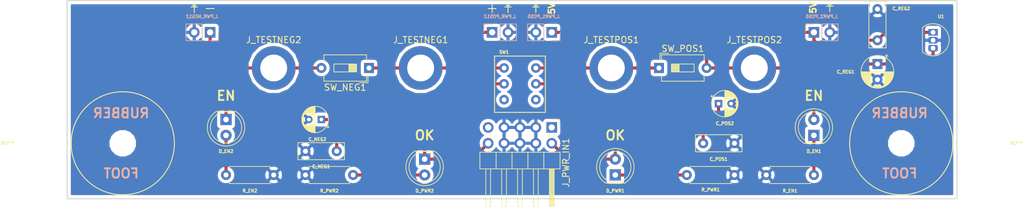
<source format=kicad_pcb>
(kicad_pcb (version 20171130) (host pcbnew "(5.0.0-3-g5ebb6b6)")

  (general
    (thickness 1.6)
    (drawings 35)
    (tracks 59)
    (zones 0)
    (modules 29)
    (nets 13)
  )

  (page A4)
  (layers
    (0 F.Cu signal)
    (31 B.Cu signal)
    (32 B.Adhes user)
    (33 F.Adhes user)
    (34 B.Paste user)
    (35 F.Paste user)
    (36 B.SilkS user)
    (37 F.SilkS user)
    (38 B.Mask user)
    (39 F.Mask user)
    (40 Dwgs.User user)
    (41 Cmts.User user)
    (42 Eco1.User user)
    (43 Eco2.User user)
    (44 Edge.Cuts user)
    (45 Margin user)
    (46 B.CrtYd user hide)
    (47 F.CrtYd user hide)
    (48 B.Fab user)
    (49 F.Fab user hide)
  )

  (setup
    (last_trace_width 0.25)
    (user_trace_width 0.5)
    (trace_clearance 0.2)
    (zone_clearance 0.508)
    (zone_45_only no)
    (trace_min 0.2)
    (segment_width 0.15)
    (edge_width 0.15)
    (via_size 0.8)
    (via_drill 0.4)
    (via_min_size 0.4)
    (via_min_drill 0.3)
    (uvia_size 0.3)
    (uvia_drill 0.1)
    (uvias_allowed no)
    (uvia_min_size 0.2)
    (uvia_min_drill 0.1)
    (pcb_text_width 0.3)
    (pcb_text_size 1.5 1.5)
    (mod_edge_width 0.15)
    (mod_text_size 0.5 0.5)
    (mod_text_width 0.125)
    (pad_size 1.524 1.524)
    (pad_drill 0.762)
    (pad_to_mask_clearance 0.2)
    (aux_axis_origin 0 0)
    (visible_elements FFFFFF7F)
    (pcbplotparams
      (layerselection 0x010fc_ffffffff)
      (usegerberextensions false)
      (usegerberattributes false)
      (usegerberadvancedattributes false)
      (creategerberjobfile false)
      (excludeedgelayer true)
      (linewidth 0.100000)
      (plotframeref false)
      (viasonmask false)
      (mode 1)
      (useauxorigin false)
      (hpglpennumber 1)
      (hpglpenspeed 20)
      (hpglpendiameter 15.000000)
      (psnegative false)
      (psa4output false)
      (plotreference true)
      (plotvalue true)
      (plotinvisibletext false)
      (padsonsilk false)
      (subtractmaskfromsilk false)
      (outputformat 1)
      (mirror false)
      (drillshape 1)
      (scaleselection 1)
      (outputdirectory "docs/"))
  )

  (net 0 "")
  (net 1 /GND)
  (net 2 /5V)
  (net 3 /+12V)
  (net 4 "Net-(D_EN1-Pad1)")
  (net 5 /-12V)
  (net 6 "Net-(D_PWR1-Pad1)")
  (net 7 "Net-(C_NEG1-Pad2)")
  (net 8 "Net-(C_POS1-Pad1)")
  (net 9 "Net-(D_PWR2-Pad2)")
  (net 10 "Net-(D_EN2-Pad2)")
  (net 11 "Net-(J_TESTNEG1-Pad1)")
  (net 12 "Net-(J_TESTPOS1-Pad1)")

  (net_class Default "This is the default net class."
    (clearance 0.2)
    (trace_width 0.25)
    (via_dia 0.8)
    (via_drill 0.4)
    (uvia_dia 0.3)
    (uvia_drill 0.1)
    (add_net /+12V)
    (add_net /-12V)
    (add_net /5V)
    (add_net /GND)
    (add_net "Net-(C_NEG1-Pad2)")
    (add_net "Net-(C_POS1-Pad1)")
    (add_net "Net-(D_EN1-Pad1)")
    (add_net "Net-(D_EN2-Pad2)")
    (add_net "Net-(D_PWR1-Pad1)")
    (add_net "Net-(D_PWR2-Pad2)")
    (add_net "Net-(J_TESTNEG1-Pad1)")
    (add_net "Net-(J_TESTPOS1-Pad1)")
  )

  (module Resistor_THT:R_Axial_DIN0207_L6.3mm_D2.5mm_P7.62mm_Horizontal (layer F.Cu) (tedit 5AE5139B) (tstamp 5BF06C12)
    (at 180.34 129.54)
    (descr "Resistor, Axial_DIN0207 series, Axial, Horizontal, pin pitch=7.62mm, 0.25W = 1/4W, length*diameter=6.3*2.5mm^2, http://cdn-reichelt.de/documents/datenblatt/B400/1_4W%23YAG.pdf")
    (tags "Resistor Axial_DIN0207 series Axial Horizontal pin pitch 7.62mm 0.25W = 1/4W length 6.3mm diameter 2.5mm")
    (path /5BD20499)
    (fp_text reference R_EN1 (at 3.81 2.54) (layer F.SilkS)
      (effects (font (size 0.5 0.5) (thickness 0.125)))
    )
    (fp_text value 1K (at 3.81 2.37) (layer F.Fab)
      (effects (font (size 1 1) (thickness 0.15)))
    )
    (fp_text user %R (at 3.81 0) (layer F.Fab)
      (effects (font (size 1 1) (thickness 0.15)))
    )
    (fp_line (start 8.67 -1.5) (end -1.05 -1.5) (layer F.CrtYd) (width 0.05))
    (fp_line (start 8.67 1.5) (end 8.67 -1.5) (layer F.CrtYd) (width 0.05))
    (fp_line (start -1.05 1.5) (end 8.67 1.5) (layer F.CrtYd) (width 0.05))
    (fp_line (start -1.05 -1.5) (end -1.05 1.5) (layer F.CrtYd) (width 0.05))
    (fp_line (start 7.08 1.37) (end 7.08 1.04) (layer F.SilkS) (width 0.12))
    (fp_line (start 0.54 1.37) (end 7.08 1.37) (layer F.SilkS) (width 0.12))
    (fp_line (start 0.54 1.04) (end 0.54 1.37) (layer F.SilkS) (width 0.12))
    (fp_line (start 7.08 -1.37) (end 7.08 -1.04) (layer F.SilkS) (width 0.12))
    (fp_line (start 0.54 -1.37) (end 7.08 -1.37) (layer F.SilkS) (width 0.12))
    (fp_line (start 0.54 -1.04) (end 0.54 -1.37) (layer F.SilkS) (width 0.12))
    (fp_line (start 7.62 0) (end 6.96 0) (layer F.Fab) (width 0.1))
    (fp_line (start 0 0) (end 0.66 0) (layer F.Fab) (width 0.1))
    (fp_line (start 6.96 -1.25) (end 0.66 -1.25) (layer F.Fab) (width 0.1))
    (fp_line (start 6.96 1.25) (end 6.96 -1.25) (layer F.Fab) (width 0.1))
    (fp_line (start 0.66 1.25) (end 6.96 1.25) (layer F.Fab) (width 0.1))
    (fp_line (start 0.66 -1.25) (end 0.66 1.25) (layer F.Fab) (width 0.1))
    (pad 2 thru_hole oval (at 7.62 0) (size 1.6 1.6) (drill 0.8) (layers *.Cu *.Mask)
      (net 4 "Net-(D_EN1-Pad1)"))
    (pad 1 thru_hole circle (at 0 0) (size 1.6 1.6) (drill 0.8) (layers *.Cu *.Mask)
      (net 1 /GND))
    (model ${KISYS3DMOD}/Resistor_THT.3dshapes/R_Axial_DIN0207_L6.3mm_D2.5mm_P7.62mm_Horizontal.wrl
      (at (xyz 0 0 0))
      (scale (xyz 1 1 1))
      (rotate (xyz 0 0 0))
    )
  )

  (module Capacitor_THT:C_Rect_L7.2mm_W2.5mm_P5.00mm_FKS2_FKP2_MKS2_MKP2 (layer F.Cu) (tedit 5AE50EF0) (tstamp 5BF06A70)
    (at 106.68 125.73)
    (descr "C, Rect series, Radial, pin pitch=5.00mm, , length*width=7.2*2.5mm^2, Capacitor, http://www.wima.com/EN/WIMA_FKS_2.pdf")
    (tags "C Rect series Radial pin pitch 5.00mm  length 7.2mm width 2.5mm Capacitor")
    (path /5BCD27D7)
    (fp_text reference C_NEG1 (at 2.5 2.46) (layer F.SilkS)
      (effects (font (size 0.5 0.5) (thickness 0.125)))
    )
    (fp_text value 100nF (at 2.5 2.5) (layer F.Fab)
      (effects (font (size 1 1) (thickness 0.15)))
    )
    (fp_text user %R (at 2.5 0) (layer F.Fab)
      (effects (font (size 1 1) (thickness 0.15)))
    )
    (fp_line (start 6.35 -1.5) (end -1.35 -1.5) (layer F.CrtYd) (width 0.05))
    (fp_line (start 6.35 1.5) (end 6.35 -1.5) (layer F.CrtYd) (width 0.05))
    (fp_line (start -1.35 1.5) (end 6.35 1.5) (layer F.CrtYd) (width 0.05))
    (fp_line (start -1.35 -1.5) (end -1.35 1.5) (layer F.CrtYd) (width 0.05))
    (fp_line (start 6.22 -1.37) (end 6.22 1.37) (layer F.SilkS) (width 0.12))
    (fp_line (start -1.22 -1.37) (end -1.22 1.37) (layer F.SilkS) (width 0.12))
    (fp_line (start -1.22 1.37) (end 6.22 1.37) (layer F.SilkS) (width 0.12))
    (fp_line (start -1.22 -1.37) (end 6.22 -1.37) (layer F.SilkS) (width 0.12))
    (fp_line (start 6.1 -1.25) (end -1.1 -1.25) (layer F.Fab) (width 0.1))
    (fp_line (start 6.1 1.25) (end 6.1 -1.25) (layer F.Fab) (width 0.1))
    (fp_line (start -1.1 1.25) (end 6.1 1.25) (layer F.Fab) (width 0.1))
    (fp_line (start -1.1 -1.25) (end -1.1 1.25) (layer F.Fab) (width 0.1))
    (pad 2 thru_hole circle (at 5 0) (size 1.6 1.6) (drill 0.8) (layers *.Cu *.Mask)
      (net 7 "Net-(C_NEG1-Pad2)"))
    (pad 1 thru_hole circle (at 0 0) (size 1.6 1.6) (drill 0.8) (layers *.Cu *.Mask)
      (net 1 /GND))
    (model ${KISYS3DMOD}/Capacitor_THT.3dshapes/C_Rect_L7.2mm_W2.5mm_P5.00mm_FKS2_FKP2_MKS2_MKP2.wrl
      (at (xyz 0 0 0))
      (scale (xyz 1 1 1))
      (rotate (xyz 0 0 0))
    )
  )

  (module MountingHole:MountingHole_3.2mm_M3_ISO14580 (layer F.Cu) (tedit 56D1B4CB) (tstamp 5BE4C8B1)
    (at 201.93 124.46)
    (descr "Mounting Hole 3.2mm, no annular, M3, ISO14580")
    (tags "mounting hole 3.2mm no annular m3 iso14580")
    (attr virtual)
    (fp_text reference REF** (at 18.415 0) (layer F.SilkS)
      (effects (font (size 0.5 0.5) (thickness 0.125)))
    )
    (fp_text value MountingHole_3.2mm_M3_ISO14580 (at 0 3.75) (layer F.Fab)
      (effects (font (size 1 1) (thickness 0.15)))
    )
    (fp_text user %R (at 0.3 0) (layer F.Fab)
      (effects (font (size 1 1) (thickness 0.15)))
    )
    (fp_circle (center 0 0) (end 2.75 0) (layer Cmts.User) (width 0.15))
    (fp_circle (center 0 0) (end 3 0) (layer F.CrtYd) (width 0.05))
    (pad 1 np_thru_hole circle (at 0 0) (size 3.2 3.2) (drill 3.2) (layers *.Cu *.Mask))
  )

  (module MountingHole:MountingHole_3.2mm_M3_ISO14580 (layer F.Cu) (tedit 56D1B4CB) (tstamp 5BE4C8A6)
    (at 77.47 124.46)
    (descr "Mounting Hole 3.2mm, no annular, M3, ISO14580")
    (tags "mounting hole 3.2mm no annular m3 iso14580")
    (attr virtual)
    (fp_text reference REF** (at -18.415 0) (layer F.SilkS)
      (effects (font (size 0.5 0.5) (thickness 0.125)))
    )
    (fp_text value MountingHole_3.2mm_M3_ISO14580 (at 0 3.75) (layer F.Fab)
      (effects (font (size 1 1) (thickness 0.15)))
    )
    (fp_circle (center 0 0) (end 3 0) (layer F.CrtYd) (width 0.05))
    (fp_circle (center 0 0) (end 2.75 0) (layer Cmts.User) (width 0.15))
    (fp_text user %R (at 0.3 0) (layer F.Fab)
      (effects (font (size 1 1) (thickness 0.15)))
    )
    (pad 1 np_thru_hole circle (at 0 0) (size 3.2 3.2) (drill 3.2) (layers *.Cu *.Mask))
  )

  (module Capacitor_THT:CP_Radial_D4.0mm_P2.00mm (layer F.Cu) (tedit 5AE50EF0) (tstamp 5BF06ADC)
    (at 109.22 120.65 180)
    (descr "CP, Radial series, Radial, pin pitch=2.00mm, , diameter=4mm, Electrolytic Capacitor")
    (tags "CP Radial series Radial pin pitch 2.00mm  diameter 4mm Electrolytic Capacitor")
    (path /5BCE8B56)
    (fp_text reference C_NEG2 (at 0.635 -3.175 180) (layer F.SilkS)
      (effects (font (size 0.5 0.5) (thickness 0.125)))
    )
    (fp_text value 10uF (at 1 3.25 180) (layer F.Fab)
      (effects (font (size 1 1) (thickness 0.15)))
    )
    (fp_text user %R (at 1 0 180) (layer F.Fab)
      (effects (font (size 0.8 0.8) (thickness 0.12)))
    )
    (fp_line (start -1.069801 -1.395) (end -1.069801 -0.995) (layer F.SilkS) (width 0.12))
    (fp_line (start -1.269801 -1.195) (end -0.869801 -1.195) (layer F.SilkS) (width 0.12))
    (fp_line (start 3.081 -0.37) (end 3.081 0.37) (layer F.SilkS) (width 0.12))
    (fp_line (start 3.041 -0.537) (end 3.041 0.537) (layer F.SilkS) (width 0.12))
    (fp_line (start 3.001 -0.664) (end 3.001 0.664) (layer F.SilkS) (width 0.12))
    (fp_line (start 2.961 -0.768) (end 2.961 0.768) (layer F.SilkS) (width 0.12))
    (fp_line (start 2.921 -0.859) (end 2.921 0.859) (layer F.SilkS) (width 0.12))
    (fp_line (start 2.881 -0.94) (end 2.881 0.94) (layer F.SilkS) (width 0.12))
    (fp_line (start 2.841 -1.013) (end 2.841 1.013) (layer F.SilkS) (width 0.12))
    (fp_line (start 2.801 0.84) (end 2.801 1.08) (layer F.SilkS) (width 0.12))
    (fp_line (start 2.801 -1.08) (end 2.801 -0.84) (layer F.SilkS) (width 0.12))
    (fp_line (start 2.761 0.84) (end 2.761 1.142) (layer F.SilkS) (width 0.12))
    (fp_line (start 2.761 -1.142) (end 2.761 -0.84) (layer F.SilkS) (width 0.12))
    (fp_line (start 2.721 0.84) (end 2.721 1.2) (layer F.SilkS) (width 0.12))
    (fp_line (start 2.721 -1.2) (end 2.721 -0.84) (layer F.SilkS) (width 0.12))
    (fp_line (start 2.681 0.84) (end 2.681 1.254) (layer F.SilkS) (width 0.12))
    (fp_line (start 2.681 -1.254) (end 2.681 -0.84) (layer F.SilkS) (width 0.12))
    (fp_line (start 2.641 0.84) (end 2.641 1.304) (layer F.SilkS) (width 0.12))
    (fp_line (start 2.641 -1.304) (end 2.641 -0.84) (layer F.SilkS) (width 0.12))
    (fp_line (start 2.601 0.84) (end 2.601 1.351) (layer F.SilkS) (width 0.12))
    (fp_line (start 2.601 -1.351) (end 2.601 -0.84) (layer F.SilkS) (width 0.12))
    (fp_line (start 2.561 0.84) (end 2.561 1.396) (layer F.SilkS) (width 0.12))
    (fp_line (start 2.561 -1.396) (end 2.561 -0.84) (layer F.SilkS) (width 0.12))
    (fp_line (start 2.521 0.84) (end 2.521 1.438) (layer F.SilkS) (width 0.12))
    (fp_line (start 2.521 -1.438) (end 2.521 -0.84) (layer F.SilkS) (width 0.12))
    (fp_line (start 2.481 0.84) (end 2.481 1.478) (layer F.SilkS) (width 0.12))
    (fp_line (start 2.481 -1.478) (end 2.481 -0.84) (layer F.SilkS) (width 0.12))
    (fp_line (start 2.441 0.84) (end 2.441 1.516) (layer F.SilkS) (width 0.12))
    (fp_line (start 2.441 -1.516) (end 2.441 -0.84) (layer F.SilkS) (width 0.12))
    (fp_line (start 2.401 0.84) (end 2.401 1.552) (layer F.SilkS) (width 0.12))
    (fp_line (start 2.401 -1.552) (end 2.401 -0.84) (layer F.SilkS) (width 0.12))
    (fp_line (start 2.361 0.84) (end 2.361 1.587) (layer F.SilkS) (width 0.12))
    (fp_line (start 2.361 -1.587) (end 2.361 -0.84) (layer F.SilkS) (width 0.12))
    (fp_line (start 2.321 0.84) (end 2.321 1.619) (layer F.SilkS) (width 0.12))
    (fp_line (start 2.321 -1.619) (end 2.321 -0.84) (layer F.SilkS) (width 0.12))
    (fp_line (start 2.281 0.84) (end 2.281 1.65) (layer F.SilkS) (width 0.12))
    (fp_line (start 2.281 -1.65) (end 2.281 -0.84) (layer F.SilkS) (width 0.12))
    (fp_line (start 2.241 0.84) (end 2.241 1.68) (layer F.SilkS) (width 0.12))
    (fp_line (start 2.241 -1.68) (end 2.241 -0.84) (layer F.SilkS) (width 0.12))
    (fp_line (start 2.201 0.84) (end 2.201 1.708) (layer F.SilkS) (width 0.12))
    (fp_line (start 2.201 -1.708) (end 2.201 -0.84) (layer F.SilkS) (width 0.12))
    (fp_line (start 2.161 0.84) (end 2.161 1.735) (layer F.SilkS) (width 0.12))
    (fp_line (start 2.161 -1.735) (end 2.161 -0.84) (layer F.SilkS) (width 0.12))
    (fp_line (start 2.121 0.84) (end 2.121 1.76) (layer F.SilkS) (width 0.12))
    (fp_line (start 2.121 -1.76) (end 2.121 -0.84) (layer F.SilkS) (width 0.12))
    (fp_line (start 2.081 0.84) (end 2.081 1.785) (layer F.SilkS) (width 0.12))
    (fp_line (start 2.081 -1.785) (end 2.081 -0.84) (layer F.SilkS) (width 0.12))
    (fp_line (start 2.041 0.84) (end 2.041 1.808) (layer F.SilkS) (width 0.12))
    (fp_line (start 2.041 -1.808) (end 2.041 -0.84) (layer F.SilkS) (width 0.12))
    (fp_line (start 2.001 0.84) (end 2.001 1.83) (layer F.SilkS) (width 0.12))
    (fp_line (start 2.001 -1.83) (end 2.001 -0.84) (layer F.SilkS) (width 0.12))
    (fp_line (start 1.961 0.84) (end 1.961 1.851) (layer F.SilkS) (width 0.12))
    (fp_line (start 1.961 -1.851) (end 1.961 -0.84) (layer F.SilkS) (width 0.12))
    (fp_line (start 1.921 0.84) (end 1.921 1.87) (layer F.SilkS) (width 0.12))
    (fp_line (start 1.921 -1.87) (end 1.921 -0.84) (layer F.SilkS) (width 0.12))
    (fp_line (start 1.881 0.84) (end 1.881 1.889) (layer F.SilkS) (width 0.12))
    (fp_line (start 1.881 -1.889) (end 1.881 -0.84) (layer F.SilkS) (width 0.12))
    (fp_line (start 1.841 0.84) (end 1.841 1.907) (layer F.SilkS) (width 0.12))
    (fp_line (start 1.841 -1.907) (end 1.841 -0.84) (layer F.SilkS) (width 0.12))
    (fp_line (start 1.801 0.84) (end 1.801 1.924) (layer F.SilkS) (width 0.12))
    (fp_line (start 1.801 -1.924) (end 1.801 -0.84) (layer F.SilkS) (width 0.12))
    (fp_line (start 1.761 0.84) (end 1.761 1.94) (layer F.SilkS) (width 0.12))
    (fp_line (start 1.761 -1.94) (end 1.761 -0.84) (layer F.SilkS) (width 0.12))
    (fp_line (start 1.721 0.84) (end 1.721 1.954) (layer F.SilkS) (width 0.12))
    (fp_line (start 1.721 -1.954) (end 1.721 -0.84) (layer F.SilkS) (width 0.12))
    (fp_line (start 1.68 0.84) (end 1.68 1.968) (layer F.SilkS) (width 0.12))
    (fp_line (start 1.68 -1.968) (end 1.68 -0.84) (layer F.SilkS) (width 0.12))
    (fp_line (start 1.64 0.84) (end 1.64 1.982) (layer F.SilkS) (width 0.12))
    (fp_line (start 1.64 -1.982) (end 1.64 -0.84) (layer F.SilkS) (width 0.12))
    (fp_line (start 1.6 0.84) (end 1.6 1.994) (layer F.SilkS) (width 0.12))
    (fp_line (start 1.6 -1.994) (end 1.6 -0.84) (layer F.SilkS) (width 0.12))
    (fp_line (start 1.56 0.84) (end 1.56 2.005) (layer F.SilkS) (width 0.12))
    (fp_line (start 1.56 -2.005) (end 1.56 -0.84) (layer F.SilkS) (width 0.12))
    (fp_line (start 1.52 0.84) (end 1.52 2.016) (layer F.SilkS) (width 0.12))
    (fp_line (start 1.52 -2.016) (end 1.52 -0.84) (layer F.SilkS) (width 0.12))
    (fp_line (start 1.48 0.84) (end 1.48 2.025) (layer F.SilkS) (width 0.12))
    (fp_line (start 1.48 -2.025) (end 1.48 -0.84) (layer F.SilkS) (width 0.12))
    (fp_line (start 1.44 0.84) (end 1.44 2.034) (layer F.SilkS) (width 0.12))
    (fp_line (start 1.44 -2.034) (end 1.44 -0.84) (layer F.SilkS) (width 0.12))
    (fp_line (start 1.4 0.84) (end 1.4 2.042) (layer F.SilkS) (width 0.12))
    (fp_line (start 1.4 -2.042) (end 1.4 -0.84) (layer F.SilkS) (width 0.12))
    (fp_line (start 1.36 0.84) (end 1.36 2.05) (layer F.SilkS) (width 0.12))
    (fp_line (start 1.36 -2.05) (end 1.36 -0.84) (layer F.SilkS) (width 0.12))
    (fp_line (start 1.32 0.84) (end 1.32 2.056) (layer F.SilkS) (width 0.12))
    (fp_line (start 1.32 -2.056) (end 1.32 -0.84) (layer F.SilkS) (width 0.12))
    (fp_line (start 1.28 0.84) (end 1.28 2.062) (layer F.SilkS) (width 0.12))
    (fp_line (start 1.28 -2.062) (end 1.28 -0.84) (layer F.SilkS) (width 0.12))
    (fp_line (start 1.24 0.84) (end 1.24 2.067) (layer F.SilkS) (width 0.12))
    (fp_line (start 1.24 -2.067) (end 1.24 -0.84) (layer F.SilkS) (width 0.12))
    (fp_line (start 1.2 0.84) (end 1.2 2.071) (layer F.SilkS) (width 0.12))
    (fp_line (start 1.2 -2.071) (end 1.2 -0.84) (layer F.SilkS) (width 0.12))
    (fp_line (start 1.16 -2.074) (end 1.16 2.074) (layer F.SilkS) (width 0.12))
    (fp_line (start 1.12 -2.077) (end 1.12 2.077) (layer F.SilkS) (width 0.12))
    (fp_line (start 1.08 -2.079) (end 1.08 2.079) (layer F.SilkS) (width 0.12))
    (fp_line (start 1.04 -2.08) (end 1.04 2.08) (layer F.SilkS) (width 0.12))
    (fp_line (start 1 -2.08) (end 1 2.08) (layer F.SilkS) (width 0.12))
    (fp_line (start -0.502554 -1.0675) (end -0.502554 -0.6675) (layer F.Fab) (width 0.1))
    (fp_line (start -0.702554 -0.8675) (end -0.302554 -0.8675) (layer F.Fab) (width 0.1))
    (fp_circle (center 1 0) (end 3.25 0) (layer F.CrtYd) (width 0.05))
    (fp_circle (center 1 0) (end 3.12 0) (layer F.SilkS) (width 0.12))
    (fp_circle (center 1 0) (end 3 0) (layer F.Fab) (width 0.1))
    (pad 2 thru_hole circle (at 2 0 180) (size 1.2 1.2) (drill 0.6) (layers *.Cu *.Mask)
      (net 1 /GND))
    (pad 1 thru_hole rect (at 0 0 180) (size 1.2 1.2) (drill 0.6) (layers *.Cu *.Mask)
      (net 7 "Net-(C_NEG1-Pad2)"))
    (model ${KISYS3DMOD}/Capacitor_THT.3dshapes/CP_Radial_D4.0mm_P2.00mm.wrl
      (at (xyz 0 0 0))
      (scale (xyz 1 1 1))
      (rotate (xyz 0 0 0))
    )
  )

  (module Capacitor_THT:C_Rect_L7.2mm_W2.5mm_P5.00mm_FKS2_FKP2_MKS2_MKP2 (layer F.Cu) (tedit 5AE50EF0) (tstamp 5BF06AEF)
    (at 170.26 124.46)
    (descr "C, Rect series, Radial, pin pitch=5.00mm, , length*width=7.2*2.5mm^2, Capacitor, http://www.wima.com/EN/WIMA_FKS_2.pdf")
    (tags "C Rect series Radial pin pitch 5.00mm  length 7.2mm width 2.5mm Capacitor")
    (path /5BCD1B06)
    (fp_text reference C_POS1 (at 2.46 2.54) (layer F.SilkS)
      (effects (font (size 0.5 0.5) (thickness 0.125)))
    )
    (fp_text value 100nF (at 2.5 2.5) (layer F.Fab)
      (effects (font (size 1 1) (thickness 0.15)))
    )
    (fp_line (start -1.1 -1.25) (end -1.1 1.25) (layer F.Fab) (width 0.1))
    (fp_line (start -1.1 1.25) (end 6.1 1.25) (layer F.Fab) (width 0.1))
    (fp_line (start 6.1 1.25) (end 6.1 -1.25) (layer F.Fab) (width 0.1))
    (fp_line (start 6.1 -1.25) (end -1.1 -1.25) (layer F.Fab) (width 0.1))
    (fp_line (start -1.22 -1.37) (end 6.22 -1.37) (layer F.SilkS) (width 0.12))
    (fp_line (start -1.22 1.37) (end 6.22 1.37) (layer F.SilkS) (width 0.12))
    (fp_line (start -1.22 -1.37) (end -1.22 1.37) (layer F.SilkS) (width 0.12))
    (fp_line (start 6.22 -1.37) (end 6.22 1.37) (layer F.SilkS) (width 0.12))
    (fp_line (start -1.35 -1.5) (end -1.35 1.5) (layer F.CrtYd) (width 0.05))
    (fp_line (start -1.35 1.5) (end 6.35 1.5) (layer F.CrtYd) (width 0.05))
    (fp_line (start 6.35 1.5) (end 6.35 -1.5) (layer F.CrtYd) (width 0.05))
    (fp_line (start 6.35 -1.5) (end -1.35 -1.5) (layer F.CrtYd) (width 0.05))
    (fp_text user %R (at 2.5 0) (layer F.Fab)
      (effects (font (size 1 1) (thickness 0.15)))
    )
    (pad 1 thru_hole circle (at 0 0) (size 1.6 1.6) (drill 0.8) (layers *.Cu *.Mask)
      (net 8 "Net-(C_POS1-Pad1)"))
    (pad 2 thru_hole circle (at 5 0) (size 1.6 1.6) (drill 0.8) (layers *.Cu *.Mask)
      (net 1 /GND))
    (model ${KISYS3DMOD}/Capacitor_THT.3dshapes/C_Rect_L7.2mm_W2.5mm_P5.00mm_FKS2_FKP2_MKS2_MKP2.wrl
      (at (xyz 0 0 0))
      (scale (xyz 1 1 1))
      (rotate (xyz 0 0 0))
    )
  )

  (module Capacitor_THT:CP_Radial_D4.0mm_P2.00mm (layer F.Cu) (tedit 5AE50EF0) (tstamp 5BF06B5B)
    (at 172.72 118.11)
    (descr "CP, Radial series, Radial, pin pitch=2.00mm, , diameter=4mm, Electrolytic Capacitor")
    (tags "CP Radial series Radial pin pitch 2.00mm  diameter 4mm Electrolytic Capacitor")
    (path /5BCE896E)
    (fp_text reference C_POS2 (at 1 3.175) (layer F.SilkS)
      (effects (font (size 0.5 0.5) (thickness 0.125)))
    )
    (fp_text value 10uF (at 1 3.25) (layer F.Fab)
      (effects (font (size 1 1) (thickness 0.15)))
    )
    (fp_circle (center 1 0) (end 3 0) (layer F.Fab) (width 0.1))
    (fp_circle (center 1 0) (end 3.12 0) (layer F.SilkS) (width 0.12))
    (fp_circle (center 1 0) (end 3.25 0) (layer F.CrtYd) (width 0.05))
    (fp_line (start -0.702554 -0.8675) (end -0.302554 -0.8675) (layer F.Fab) (width 0.1))
    (fp_line (start -0.502554 -1.0675) (end -0.502554 -0.6675) (layer F.Fab) (width 0.1))
    (fp_line (start 1 -2.08) (end 1 2.08) (layer F.SilkS) (width 0.12))
    (fp_line (start 1.04 -2.08) (end 1.04 2.08) (layer F.SilkS) (width 0.12))
    (fp_line (start 1.08 -2.079) (end 1.08 2.079) (layer F.SilkS) (width 0.12))
    (fp_line (start 1.12 -2.077) (end 1.12 2.077) (layer F.SilkS) (width 0.12))
    (fp_line (start 1.16 -2.074) (end 1.16 2.074) (layer F.SilkS) (width 0.12))
    (fp_line (start 1.2 -2.071) (end 1.2 -0.84) (layer F.SilkS) (width 0.12))
    (fp_line (start 1.2 0.84) (end 1.2 2.071) (layer F.SilkS) (width 0.12))
    (fp_line (start 1.24 -2.067) (end 1.24 -0.84) (layer F.SilkS) (width 0.12))
    (fp_line (start 1.24 0.84) (end 1.24 2.067) (layer F.SilkS) (width 0.12))
    (fp_line (start 1.28 -2.062) (end 1.28 -0.84) (layer F.SilkS) (width 0.12))
    (fp_line (start 1.28 0.84) (end 1.28 2.062) (layer F.SilkS) (width 0.12))
    (fp_line (start 1.32 -2.056) (end 1.32 -0.84) (layer F.SilkS) (width 0.12))
    (fp_line (start 1.32 0.84) (end 1.32 2.056) (layer F.SilkS) (width 0.12))
    (fp_line (start 1.36 -2.05) (end 1.36 -0.84) (layer F.SilkS) (width 0.12))
    (fp_line (start 1.36 0.84) (end 1.36 2.05) (layer F.SilkS) (width 0.12))
    (fp_line (start 1.4 -2.042) (end 1.4 -0.84) (layer F.SilkS) (width 0.12))
    (fp_line (start 1.4 0.84) (end 1.4 2.042) (layer F.SilkS) (width 0.12))
    (fp_line (start 1.44 -2.034) (end 1.44 -0.84) (layer F.SilkS) (width 0.12))
    (fp_line (start 1.44 0.84) (end 1.44 2.034) (layer F.SilkS) (width 0.12))
    (fp_line (start 1.48 -2.025) (end 1.48 -0.84) (layer F.SilkS) (width 0.12))
    (fp_line (start 1.48 0.84) (end 1.48 2.025) (layer F.SilkS) (width 0.12))
    (fp_line (start 1.52 -2.016) (end 1.52 -0.84) (layer F.SilkS) (width 0.12))
    (fp_line (start 1.52 0.84) (end 1.52 2.016) (layer F.SilkS) (width 0.12))
    (fp_line (start 1.56 -2.005) (end 1.56 -0.84) (layer F.SilkS) (width 0.12))
    (fp_line (start 1.56 0.84) (end 1.56 2.005) (layer F.SilkS) (width 0.12))
    (fp_line (start 1.6 -1.994) (end 1.6 -0.84) (layer F.SilkS) (width 0.12))
    (fp_line (start 1.6 0.84) (end 1.6 1.994) (layer F.SilkS) (width 0.12))
    (fp_line (start 1.64 -1.982) (end 1.64 -0.84) (layer F.SilkS) (width 0.12))
    (fp_line (start 1.64 0.84) (end 1.64 1.982) (layer F.SilkS) (width 0.12))
    (fp_line (start 1.68 -1.968) (end 1.68 -0.84) (layer F.SilkS) (width 0.12))
    (fp_line (start 1.68 0.84) (end 1.68 1.968) (layer F.SilkS) (width 0.12))
    (fp_line (start 1.721 -1.954) (end 1.721 -0.84) (layer F.SilkS) (width 0.12))
    (fp_line (start 1.721 0.84) (end 1.721 1.954) (layer F.SilkS) (width 0.12))
    (fp_line (start 1.761 -1.94) (end 1.761 -0.84) (layer F.SilkS) (width 0.12))
    (fp_line (start 1.761 0.84) (end 1.761 1.94) (layer F.SilkS) (width 0.12))
    (fp_line (start 1.801 -1.924) (end 1.801 -0.84) (layer F.SilkS) (width 0.12))
    (fp_line (start 1.801 0.84) (end 1.801 1.924) (layer F.SilkS) (width 0.12))
    (fp_line (start 1.841 -1.907) (end 1.841 -0.84) (layer F.SilkS) (width 0.12))
    (fp_line (start 1.841 0.84) (end 1.841 1.907) (layer F.SilkS) (width 0.12))
    (fp_line (start 1.881 -1.889) (end 1.881 -0.84) (layer F.SilkS) (width 0.12))
    (fp_line (start 1.881 0.84) (end 1.881 1.889) (layer F.SilkS) (width 0.12))
    (fp_line (start 1.921 -1.87) (end 1.921 -0.84) (layer F.SilkS) (width 0.12))
    (fp_line (start 1.921 0.84) (end 1.921 1.87) (layer F.SilkS) (width 0.12))
    (fp_line (start 1.961 -1.851) (end 1.961 -0.84) (layer F.SilkS) (width 0.12))
    (fp_line (start 1.961 0.84) (end 1.961 1.851) (layer F.SilkS) (width 0.12))
    (fp_line (start 2.001 -1.83) (end 2.001 -0.84) (layer F.SilkS) (width 0.12))
    (fp_line (start 2.001 0.84) (end 2.001 1.83) (layer F.SilkS) (width 0.12))
    (fp_line (start 2.041 -1.808) (end 2.041 -0.84) (layer F.SilkS) (width 0.12))
    (fp_line (start 2.041 0.84) (end 2.041 1.808) (layer F.SilkS) (width 0.12))
    (fp_line (start 2.081 -1.785) (end 2.081 -0.84) (layer F.SilkS) (width 0.12))
    (fp_line (start 2.081 0.84) (end 2.081 1.785) (layer F.SilkS) (width 0.12))
    (fp_line (start 2.121 -1.76) (end 2.121 -0.84) (layer F.SilkS) (width 0.12))
    (fp_line (start 2.121 0.84) (end 2.121 1.76) (layer F.SilkS) (width 0.12))
    (fp_line (start 2.161 -1.735) (end 2.161 -0.84) (layer F.SilkS) (width 0.12))
    (fp_line (start 2.161 0.84) (end 2.161 1.735) (layer F.SilkS) (width 0.12))
    (fp_line (start 2.201 -1.708) (end 2.201 -0.84) (layer F.SilkS) (width 0.12))
    (fp_line (start 2.201 0.84) (end 2.201 1.708) (layer F.SilkS) (width 0.12))
    (fp_line (start 2.241 -1.68) (end 2.241 -0.84) (layer F.SilkS) (width 0.12))
    (fp_line (start 2.241 0.84) (end 2.241 1.68) (layer F.SilkS) (width 0.12))
    (fp_line (start 2.281 -1.65) (end 2.281 -0.84) (layer F.SilkS) (width 0.12))
    (fp_line (start 2.281 0.84) (end 2.281 1.65) (layer F.SilkS) (width 0.12))
    (fp_line (start 2.321 -1.619) (end 2.321 -0.84) (layer F.SilkS) (width 0.12))
    (fp_line (start 2.321 0.84) (end 2.321 1.619) (layer F.SilkS) (width 0.12))
    (fp_line (start 2.361 -1.587) (end 2.361 -0.84) (layer F.SilkS) (width 0.12))
    (fp_line (start 2.361 0.84) (end 2.361 1.587) (layer F.SilkS) (width 0.12))
    (fp_line (start 2.401 -1.552) (end 2.401 -0.84) (layer F.SilkS) (width 0.12))
    (fp_line (start 2.401 0.84) (end 2.401 1.552) (layer F.SilkS) (width 0.12))
    (fp_line (start 2.441 -1.516) (end 2.441 -0.84) (layer F.SilkS) (width 0.12))
    (fp_line (start 2.441 0.84) (end 2.441 1.516) (layer F.SilkS) (width 0.12))
    (fp_line (start 2.481 -1.478) (end 2.481 -0.84) (layer F.SilkS) (width 0.12))
    (fp_line (start 2.481 0.84) (end 2.481 1.478) (layer F.SilkS) (width 0.12))
    (fp_line (start 2.521 -1.438) (end 2.521 -0.84) (layer F.SilkS) (width 0.12))
    (fp_line (start 2.521 0.84) (end 2.521 1.438) (layer F.SilkS) (width 0.12))
    (fp_line (start 2.561 -1.396) (end 2.561 -0.84) (layer F.SilkS) (width 0.12))
    (fp_line (start 2.561 0.84) (end 2.561 1.396) (layer F.SilkS) (width 0.12))
    (fp_line (start 2.601 -1.351) (end 2.601 -0.84) (layer F.SilkS) (width 0.12))
    (fp_line (start 2.601 0.84) (end 2.601 1.351) (layer F.SilkS) (width 0.12))
    (fp_line (start 2.641 -1.304) (end 2.641 -0.84) (layer F.SilkS) (width 0.12))
    (fp_line (start 2.641 0.84) (end 2.641 1.304) (layer F.SilkS) (width 0.12))
    (fp_line (start 2.681 -1.254) (end 2.681 -0.84) (layer F.SilkS) (width 0.12))
    (fp_line (start 2.681 0.84) (end 2.681 1.254) (layer F.SilkS) (width 0.12))
    (fp_line (start 2.721 -1.2) (end 2.721 -0.84) (layer F.SilkS) (width 0.12))
    (fp_line (start 2.721 0.84) (end 2.721 1.2) (layer F.SilkS) (width 0.12))
    (fp_line (start 2.761 -1.142) (end 2.761 -0.84) (layer F.SilkS) (width 0.12))
    (fp_line (start 2.761 0.84) (end 2.761 1.142) (layer F.SilkS) (width 0.12))
    (fp_line (start 2.801 -1.08) (end 2.801 -0.84) (layer F.SilkS) (width 0.12))
    (fp_line (start 2.801 0.84) (end 2.801 1.08) (layer F.SilkS) (width 0.12))
    (fp_line (start 2.841 -1.013) (end 2.841 1.013) (layer F.SilkS) (width 0.12))
    (fp_line (start 2.881 -0.94) (end 2.881 0.94) (layer F.SilkS) (width 0.12))
    (fp_line (start 2.921 -0.859) (end 2.921 0.859) (layer F.SilkS) (width 0.12))
    (fp_line (start 2.961 -0.768) (end 2.961 0.768) (layer F.SilkS) (width 0.12))
    (fp_line (start 3.001 -0.664) (end 3.001 0.664) (layer F.SilkS) (width 0.12))
    (fp_line (start 3.041 -0.537) (end 3.041 0.537) (layer F.SilkS) (width 0.12))
    (fp_line (start 3.081 -0.37) (end 3.081 0.37) (layer F.SilkS) (width 0.12))
    (fp_line (start -1.269801 -1.195) (end -0.869801 -1.195) (layer F.SilkS) (width 0.12))
    (fp_line (start -1.069801 -1.395) (end -1.069801 -0.995) (layer F.SilkS) (width 0.12))
    (fp_text user %R (at 1 0) (layer F.Fab)
      (effects (font (size 0.8 0.8) (thickness 0.12)))
    )
    (pad 1 thru_hole rect (at 0 0) (size 1.2 1.2) (drill 0.6) (layers *.Cu *.Mask)
      (net 8 "Net-(C_POS1-Pad1)"))
    (pad 2 thru_hole circle (at 2 0) (size 1.2 1.2) (drill 0.6) (layers *.Cu *.Mask)
      (net 1 /GND))
    (model ${KISYS3DMOD}/Capacitor_THT.3dshapes/CP_Radial_D4.0mm_P2.00mm.wrl
      (at (xyz 0 0 0))
      (scale (xyz 1 1 1))
      (rotate (xyz 0 0 0))
    )
  )

  (module LED_THT:LED_D5.0mm (layer F.Cu) (tedit 5995936A) (tstamp 5BF06B7F)
    (at 187.96 123.19 90)
    (descr "LED, diameter 5.0mm, 2 pins, http://cdn-reichelt.de/documents/datenblatt/A500/LL-504BC2E-009.pdf")
    (tags "LED diameter 5.0mm 2 pins")
    (path /5BD204A0)
    (fp_text reference D_EN1 (at -2.54 0 180) (layer F.SilkS)
      (effects (font (size 0.5 0.5) (thickness 0.125)))
    )
    (fp_text value RED (at 1.27 3.96 90) (layer F.Fab)
      (effects (font (size 1 1) (thickness 0.15)))
    )
    (fp_text user %R (at 1.25 0 90) (layer F.Fab)
      (effects (font (size 0.8 0.8) (thickness 0.2)))
    )
    (fp_line (start 4.5 -3.25) (end -1.95 -3.25) (layer F.CrtYd) (width 0.05))
    (fp_line (start 4.5 3.25) (end 4.5 -3.25) (layer F.CrtYd) (width 0.05))
    (fp_line (start -1.95 3.25) (end 4.5 3.25) (layer F.CrtYd) (width 0.05))
    (fp_line (start -1.95 -3.25) (end -1.95 3.25) (layer F.CrtYd) (width 0.05))
    (fp_line (start -1.29 -1.545) (end -1.29 1.545) (layer F.SilkS) (width 0.12))
    (fp_line (start -1.23 -1.469694) (end -1.23 1.469694) (layer F.Fab) (width 0.1))
    (fp_circle (center 1.27 0) (end 3.77 0) (layer F.SilkS) (width 0.12))
    (fp_circle (center 1.27 0) (end 3.77 0) (layer F.Fab) (width 0.1))
    (fp_arc (start 1.27 0) (end -1.29 1.54483) (angle -148.9) (layer F.SilkS) (width 0.12))
    (fp_arc (start 1.27 0) (end -1.29 -1.54483) (angle 148.9) (layer F.SilkS) (width 0.12))
    (fp_arc (start 1.27 0) (end -1.23 -1.469694) (angle 299.1) (layer F.Fab) (width 0.1))
    (pad 2 thru_hole circle (at 2.54 0 90) (size 1.8 1.8) (drill 0.9) (layers *.Cu *.Mask)
      (net 3 /+12V))
    (pad 1 thru_hole rect (at 0 0 90) (size 1.8 1.8) (drill 0.9) (layers *.Cu *.Mask)
      (net 4 "Net-(D_EN1-Pad1)"))
    (model ${KISYS3DMOD}/LED_THT.3dshapes/LED_D5.0mm.wrl
      (at (xyz 0 0 0))
      (scale (xyz 1 1 1))
      (rotate (xyz 0 0 0))
    )
  )

  (module LED_THT:LED_D5.0mm (layer F.Cu) (tedit 5995936A) (tstamp 5BF06B91)
    (at 93.98 120.65 270)
    (descr "LED, diameter 5.0mm, 2 pins, http://cdn-reichelt.de/documents/datenblatt/A500/LL-504BC2E-009.pdf")
    (tags "LED diameter 5.0mm 2 pins")
    (path /5BD204AF)
    (fp_text reference D_EN2 (at 5.08 0) (layer F.SilkS)
      (effects (font (size 0.5 0.5) (thickness 0.125)))
    )
    (fp_text value RED (at 1.27 3.96 270) (layer F.Fab)
      (effects (font (size 1 1) (thickness 0.15)))
    )
    (fp_arc (start 1.27 0) (end -1.23 -1.469694) (angle 299.1) (layer F.Fab) (width 0.1))
    (fp_arc (start 1.27 0) (end -1.29 -1.54483) (angle 148.9) (layer F.SilkS) (width 0.12))
    (fp_arc (start 1.27 0) (end -1.29 1.54483) (angle -148.9) (layer F.SilkS) (width 0.12))
    (fp_circle (center 1.27 0) (end 3.77 0) (layer F.Fab) (width 0.1))
    (fp_circle (center 1.27 0) (end 3.77 0) (layer F.SilkS) (width 0.12))
    (fp_line (start -1.23 -1.469694) (end -1.23 1.469694) (layer F.Fab) (width 0.1))
    (fp_line (start -1.29 -1.545) (end -1.29 1.545) (layer F.SilkS) (width 0.12))
    (fp_line (start -1.95 -3.25) (end -1.95 3.25) (layer F.CrtYd) (width 0.05))
    (fp_line (start -1.95 3.25) (end 4.5 3.25) (layer F.CrtYd) (width 0.05))
    (fp_line (start 4.5 3.25) (end 4.5 -3.25) (layer F.CrtYd) (width 0.05))
    (fp_line (start 4.5 -3.25) (end -1.95 -3.25) (layer F.CrtYd) (width 0.05))
    (fp_text user %R (at 1.25 0 270) (layer F.Fab)
      (effects (font (size 0.8 0.8) (thickness 0.2)))
    )
    (pad 1 thru_hole rect (at 0 0 270) (size 1.8 1.8) (drill 0.9) (layers *.Cu *.Mask)
      (net 5 /-12V))
    (pad 2 thru_hole circle (at 2.54 0 270) (size 1.8 1.8) (drill 0.9) (layers *.Cu *.Mask)
      (net 10 "Net-(D_EN2-Pad2)"))
    (model ${KISYS3DMOD}/LED_THT.3dshapes/LED_D5.0mm.wrl
      (at (xyz 0 0 0))
      (scale (xyz 1 1 1))
      (rotate (xyz 0 0 0))
    )
  )

  (module LED_THT:LED_D5.0mm (layer F.Cu) (tedit 5995936A) (tstamp 5BF06BA3)
    (at 156.21 129.54 90)
    (descr "LED, diameter 5.0mm, 2 pins, http://cdn-reichelt.de/documents/datenblatt/A500/LL-504BC2E-009.pdf")
    (tags "LED diameter 5.0mm 2 pins")
    (path /5BCDEEDE)
    (fp_text reference D_PWR1 (at -2.54 0 -180) (layer F.SilkS)
      (effects (font (size 0.5 0.5) (thickness 0.125)))
    )
    (fp_text value RED (at 1.27 3.96 90) (layer F.Fab)
      (effects (font (size 1 1) (thickness 0.15)))
    )
    (fp_text user %R (at 1.25 0 90) (layer F.Fab)
      (effects (font (size 0.8 0.8) (thickness 0.2)))
    )
    (fp_line (start 4.5 -3.25) (end -1.95 -3.25) (layer F.CrtYd) (width 0.05))
    (fp_line (start 4.5 3.25) (end 4.5 -3.25) (layer F.CrtYd) (width 0.05))
    (fp_line (start -1.95 3.25) (end 4.5 3.25) (layer F.CrtYd) (width 0.05))
    (fp_line (start -1.95 -3.25) (end -1.95 3.25) (layer F.CrtYd) (width 0.05))
    (fp_line (start -1.29 -1.545) (end -1.29 1.545) (layer F.SilkS) (width 0.12))
    (fp_line (start -1.23 -1.469694) (end -1.23 1.469694) (layer F.Fab) (width 0.1))
    (fp_circle (center 1.27 0) (end 3.77 0) (layer F.SilkS) (width 0.12))
    (fp_circle (center 1.27 0) (end 3.77 0) (layer F.Fab) (width 0.1))
    (fp_arc (start 1.27 0) (end -1.29 1.54483) (angle -148.9) (layer F.SilkS) (width 0.12))
    (fp_arc (start 1.27 0) (end -1.29 -1.54483) (angle 148.9) (layer F.SilkS) (width 0.12))
    (fp_arc (start 1.27 0) (end -1.23 -1.469694) (angle 299.1) (layer F.Fab) (width 0.1))
    (pad 2 thru_hole circle (at 2.54 0 90) (size 1.8 1.8) (drill 0.9) (layers *.Cu *.Mask)
      (net 8 "Net-(C_POS1-Pad1)"))
    (pad 1 thru_hole rect (at 0 0 90) (size 1.8 1.8) (drill 0.9) (layers *.Cu *.Mask)
      (net 6 "Net-(D_PWR1-Pad1)"))
    (model ${KISYS3DMOD}/LED_THT.3dshapes/LED_D5.0mm.wrl
      (at (xyz 0 0 0))
      (scale (xyz 1 1 1))
      (rotate (xyz 0 0 0))
    )
  )

  (module Connector_PinHeader_2.54mm:PinHeader_1x02_P2.54mm_Vertical (layer B.Cu) (tedit 5BCE58D7) (tstamp 5BF06BB9)
    (at 146.05 106.68 90)
    (descr "Through hole straight pin header, 1x02, 2.54mm pitch, single row")
    (tags "Through hole pin header THT 1x02 2.54mm single row")
    (path /5BCD171F)
    (fp_text reference J_PWR1_POS5 (at 2.54 -1.27) (layer B.SilkS)
      (effects (font (size 0.5 0.5) (thickness 0.125)) (justify mirror))
    )
    (fp_text value Conn_01x02 (at 0 -4.87 90) (layer B.Fab) hide
      (effects (font (size 1 1) (thickness 0.15)) (justify mirror))
    )
    (fp_text user %R (at 0 -1.27) (layer B.Fab) hide
      (effects (font (size 1 1) (thickness 0.15)) (justify mirror))
    )
    (fp_line (start 1.8 1.8) (end -1.8 1.8) (layer B.CrtYd) (width 0.05))
    (fp_line (start 1.8 -4.35) (end 1.8 1.8) (layer B.CrtYd) (width 0.05))
    (fp_line (start -1.8 -4.35) (end 1.8 -4.35) (layer B.CrtYd) (width 0.05))
    (fp_line (start -1.8 1.8) (end -1.8 -4.35) (layer B.CrtYd) (width 0.05))
    (fp_line (start -1.33 1.33) (end 0 1.33) (layer B.SilkS) (width 0.12))
    (fp_line (start -1.33 0) (end -1.33 1.33) (layer B.SilkS) (width 0.12))
    (fp_line (start -1.33 -1.27) (end 1.33 -1.27) (layer B.SilkS) (width 0.12))
    (fp_line (start 1.33 -1.27) (end 1.33 -3.87) (layer B.SilkS) (width 0.12))
    (fp_line (start -1.33 -1.27) (end -1.33 -3.87) (layer B.SilkS) (width 0.12))
    (fp_line (start -1.33 -3.87) (end 1.33 -3.87) (layer B.SilkS) (width 0.12))
    (fp_line (start -1.27 0.635) (end -0.635 1.27) (layer B.Fab) (width 0.1))
    (fp_line (start -1.27 -3.81) (end -1.27 0.635) (layer B.Fab) (width 0.1))
    (fp_line (start 1.27 -3.81) (end -1.27 -3.81) (layer B.Fab) (width 0.1))
    (fp_line (start 1.27 1.27) (end 1.27 -3.81) (layer B.Fab) (width 0.1))
    (fp_line (start -0.635 1.27) (end 1.27 1.27) (layer B.Fab) (width 0.1))
    (pad 2 thru_hole oval (at 0 -2.54 90) (size 1.7 1.7) (drill 1) (layers *.Cu *.Mask)
      (net 1 /GND))
    (pad 1 thru_hole rect (at 0 0 90) (size 1.7 1.7) (drill 1) (layers *.Cu *.Mask)
      (net 2 /5V))
    (model ${KISYS3DMOD}/Connector_PinHeader_2.54mm.3dshapes/PinHeader_1x02_P2.54mm_Vertical.wrl
      (at (xyz 0 0 0))
      (scale (xyz 1 1 1))
      (rotate (xyz 0 0 0))
    )
  )

  (module Connector_PinHeader_2.54mm:PinHeader_1x02_P2.54mm_Vertical (layer B.Cu) (tedit 5BCE58EF) (tstamp 5BF06BCF)
    (at 187.96 106.68 270)
    (descr "Through hole straight pin header, 1x02, 2.54mm pitch, single row")
    (tags "Through hole pin header THT 1x02 2.54mm single row")
    (path /5BCD16C2)
    (fp_text reference J_PWR2_POS5 (at -2.54 -1.27 180) (layer B.SilkS)
      (effects (font (size 0.5 0.5) (thickness 0.125)) (justify mirror))
    )
    (fp_text value Conn_01x02 (at 0 -4.87 270) (layer B.Fab) hide
      (effects (font (size 1 1) (thickness 0.15)) (justify mirror))
    )
    (fp_line (start -0.635 1.27) (end 1.27 1.27) (layer B.Fab) (width 0.1))
    (fp_line (start 1.27 1.27) (end 1.27 -3.81) (layer B.Fab) (width 0.1))
    (fp_line (start 1.27 -3.81) (end -1.27 -3.81) (layer B.Fab) (width 0.1))
    (fp_line (start -1.27 -3.81) (end -1.27 0.635) (layer B.Fab) (width 0.1))
    (fp_line (start -1.27 0.635) (end -0.635 1.27) (layer B.Fab) (width 0.1))
    (fp_line (start -1.33 -3.87) (end 1.33 -3.87) (layer B.SilkS) (width 0.12))
    (fp_line (start -1.33 -1.27) (end -1.33 -3.87) (layer B.SilkS) (width 0.12))
    (fp_line (start 1.33 -1.27) (end 1.33 -3.87) (layer B.SilkS) (width 0.12))
    (fp_line (start -1.33 -1.27) (end 1.33 -1.27) (layer B.SilkS) (width 0.12))
    (fp_line (start -1.33 0) (end -1.33 1.33) (layer B.SilkS) (width 0.12))
    (fp_line (start -1.33 1.33) (end 0 1.33) (layer B.SilkS) (width 0.12))
    (fp_line (start -1.8 1.8) (end -1.8 -4.35) (layer B.CrtYd) (width 0.05))
    (fp_line (start -1.8 -4.35) (end 1.8 -4.35) (layer B.CrtYd) (width 0.05))
    (fp_line (start 1.8 -4.35) (end 1.8 1.8) (layer B.CrtYd) (width 0.05))
    (fp_line (start 1.8 1.8) (end -1.8 1.8) (layer B.CrtYd) (width 0.05))
    (fp_text user %R (at 0 -1.27 180) (layer B.Fab) hide
      (effects (font (size 1 1) (thickness 0.15)) (justify mirror))
    )
    (pad 1 thru_hole rect (at 0 0 270) (size 1.7 1.7) (drill 1) (layers *.Cu *.Mask)
      (net 2 /5V))
    (pad 2 thru_hole oval (at 0 -2.54 270) (size 1.7 1.7) (drill 1) (layers *.Cu *.Mask)
      (net 1 /GND))
    (model ${KISYS3DMOD}/Connector_PinHeader_2.54mm.3dshapes/PinHeader_1x02_P2.54mm_Vertical.wrl
      (at (xyz 0 0 0))
      (scale (xyz 1 1 1))
      (rotate (xyz 0 0 0))
    )
  )

  (module Connector_PinHeader_2.54mm:PinHeader_1x02_P2.54mm_Vertical (layer B.Cu) (tedit 5BCE589C) (tstamp 5BF06BE5)
    (at 91.44 106.68 90)
    (descr "Through hole straight pin header, 1x02, 2.54mm pitch, single row")
    (tags "Through hole pin header THT 1x02 2.54mm single row")
    (path /5BCD1737)
    (fp_text reference J_PWR_NEG12 (at 2.54 -1.27) (layer B.SilkS)
      (effects (font (size 0.5 0.5) (thickness 0.125)) (justify mirror))
    )
    (fp_text value Conn_01x02 (at 0 -4.87 90) (layer B.Fab) hide
      (effects (font (size 1 1) (thickness 0.15)) (justify mirror))
    )
    (fp_line (start -0.635 1.27) (end 1.27 1.27) (layer B.Fab) (width 0.1))
    (fp_line (start 1.27 1.27) (end 1.27 -3.81) (layer B.Fab) (width 0.1))
    (fp_line (start 1.27 -3.81) (end -1.27 -3.81) (layer B.Fab) (width 0.1))
    (fp_line (start -1.27 -3.81) (end -1.27 0.635) (layer B.Fab) (width 0.1))
    (fp_line (start -1.27 0.635) (end -0.635 1.27) (layer B.Fab) (width 0.1))
    (fp_line (start -1.33 -3.87) (end 1.33 -3.87) (layer B.SilkS) (width 0.12))
    (fp_line (start -1.33 -1.27) (end -1.33 -3.87) (layer B.SilkS) (width 0.12))
    (fp_line (start 1.33 -1.27) (end 1.33 -3.87) (layer B.SilkS) (width 0.12))
    (fp_line (start -1.33 -1.27) (end 1.33 -1.27) (layer B.SilkS) (width 0.12))
    (fp_line (start -1.33 0) (end -1.33 1.33) (layer B.SilkS) (width 0.12))
    (fp_line (start -1.33 1.33) (end 0 1.33) (layer B.SilkS) (width 0.12))
    (fp_line (start -1.8 1.8) (end -1.8 -4.35) (layer B.CrtYd) (width 0.05))
    (fp_line (start -1.8 -4.35) (end 1.8 -4.35) (layer B.CrtYd) (width 0.05))
    (fp_line (start 1.8 -4.35) (end 1.8 1.8) (layer B.CrtYd) (width 0.05))
    (fp_line (start 1.8 1.8) (end -1.8 1.8) (layer B.CrtYd) (width 0.05))
    (fp_text user %R (at 2.54 -8.255) (layer B.Fab) hide
      (effects (font (size 1 1) (thickness 0.15)) (justify mirror))
    )
    (pad 1 thru_hole rect (at 0 0 90) (size 1.7 1.7) (drill 1) (layers *.Cu *.Mask)
      (net 5 /-12V))
    (pad 2 thru_hole oval (at 0 -2.54 90) (size 1.7 1.7) (drill 1) (layers *.Cu *.Mask)
      (net 1 /GND))
    (model ${KISYS3DMOD}/Connector_PinHeader_2.54mm.3dshapes/PinHeader_1x02_P2.54mm_Vertical.wrl
      (at (xyz 0 0 0))
      (scale (xyz 1 1 1))
      (rotate (xyz 0 0 0))
    )
  )

  (module Connector_PinHeader_2.54mm:PinHeader_1x02_P2.54mm_Vertical (layer B.Cu) (tedit 5BCE58B6) (tstamp 5BF06BFB)
    (at 136.525 106.68 270)
    (descr "Through hole straight pin header, 1x02, 2.54mm pitch, single row")
    (tags "Through hole pin header THT 1x02 2.54mm single row")
    (path /5BCD1751)
    (fp_text reference J_PWR_POS12 (at -2.54 -1.27 180) (layer B.SilkS)
      (effects (font (size 0.5 0.5) (thickness 0.125)) (justify mirror))
    )
    (fp_text value Conn_01x02 (at 0 -4.87 270) (layer B.Fab) hide
      (effects (font (size 1 1) (thickness 0.15)) (justify mirror))
    )
    (fp_text user %R (at 0 -1.27 180) (layer B.Fab) hide
      (effects (font (size 1 1) (thickness 0.15)) (justify mirror))
    )
    (fp_line (start 1.8 1.8) (end -1.8 1.8) (layer B.CrtYd) (width 0.05))
    (fp_line (start 1.8 -4.35) (end 1.8 1.8) (layer B.CrtYd) (width 0.05))
    (fp_line (start -1.8 -4.35) (end 1.8 -4.35) (layer B.CrtYd) (width 0.05))
    (fp_line (start -1.8 1.8) (end -1.8 -4.35) (layer B.CrtYd) (width 0.05))
    (fp_line (start -1.33 1.33) (end 0 1.33) (layer B.SilkS) (width 0.12))
    (fp_line (start -1.33 0) (end -1.33 1.33) (layer B.SilkS) (width 0.12))
    (fp_line (start -1.33 -1.27) (end 1.33 -1.27) (layer B.SilkS) (width 0.12))
    (fp_line (start 1.33 -1.27) (end 1.33 -3.87) (layer B.SilkS) (width 0.12))
    (fp_line (start -1.33 -1.27) (end -1.33 -3.87) (layer B.SilkS) (width 0.12))
    (fp_line (start -1.33 -3.87) (end 1.33 -3.87) (layer B.SilkS) (width 0.12))
    (fp_line (start -1.27 0.635) (end -0.635 1.27) (layer B.Fab) (width 0.1))
    (fp_line (start -1.27 -3.81) (end -1.27 0.635) (layer B.Fab) (width 0.1))
    (fp_line (start 1.27 -3.81) (end -1.27 -3.81) (layer B.Fab) (width 0.1))
    (fp_line (start 1.27 1.27) (end 1.27 -3.81) (layer B.Fab) (width 0.1))
    (fp_line (start -0.635 1.27) (end 1.27 1.27) (layer B.Fab) (width 0.1))
    (pad 2 thru_hole oval (at 0 -2.54 270) (size 1.7 1.7) (drill 1) (layers *.Cu *.Mask)
      (net 1 /GND))
    (pad 1 thru_hole rect (at 0 0 270) (size 1.7 1.7) (drill 1) (layers *.Cu *.Mask)
      (net 3 /+12V))
    (model ${KISYS3DMOD}/Connector_PinHeader_2.54mm.3dshapes/PinHeader_1x02_P2.54mm_Vertical.wrl
      (at (xyz 0 0 0))
      (scale (xyz 1 1 1))
      (rotate (xyz 0 0 0))
    )
  )

  (module Resistor_THT:R_Axial_DIN0207_L6.3mm_D2.5mm_P7.62mm_Horizontal (layer F.Cu) (tedit 5AE5139B) (tstamp 5BF06C29)
    (at 101.6 129.54 180)
    (descr "Resistor, Axial_DIN0207 series, Axial, Horizontal, pin pitch=7.62mm, 0.25W = 1/4W, length*diameter=6.3*2.5mm^2, http://cdn-reichelt.de/documents/datenblatt/B400/1_4W%23YAG.pdf")
    (tags "Resistor Axial_DIN0207 series Axial Horizontal pin pitch 7.62mm 0.25W = 1/4W length 6.3mm diameter 2.5mm")
    (path /5BD204B6)
    (fp_text reference R_EN2 (at 3.81 -2.54 180) (layer F.SilkS)
      (effects (font (size 0.5 0.5) (thickness 0.125)))
    )
    (fp_text value 1K (at 3.81 2.37 180) (layer F.Fab)
      (effects (font (size 1 1) (thickness 0.15)))
    )
    (fp_line (start 0.66 -1.25) (end 0.66 1.25) (layer F.Fab) (width 0.1))
    (fp_line (start 0.66 1.25) (end 6.96 1.25) (layer F.Fab) (width 0.1))
    (fp_line (start 6.96 1.25) (end 6.96 -1.25) (layer F.Fab) (width 0.1))
    (fp_line (start 6.96 -1.25) (end 0.66 -1.25) (layer F.Fab) (width 0.1))
    (fp_line (start 0 0) (end 0.66 0) (layer F.Fab) (width 0.1))
    (fp_line (start 7.62 0) (end 6.96 0) (layer F.Fab) (width 0.1))
    (fp_line (start 0.54 -1.04) (end 0.54 -1.37) (layer F.SilkS) (width 0.12))
    (fp_line (start 0.54 -1.37) (end 7.08 -1.37) (layer F.SilkS) (width 0.12))
    (fp_line (start 7.08 -1.37) (end 7.08 -1.04) (layer F.SilkS) (width 0.12))
    (fp_line (start 0.54 1.04) (end 0.54 1.37) (layer F.SilkS) (width 0.12))
    (fp_line (start 0.54 1.37) (end 7.08 1.37) (layer F.SilkS) (width 0.12))
    (fp_line (start 7.08 1.37) (end 7.08 1.04) (layer F.SilkS) (width 0.12))
    (fp_line (start -1.05 -1.5) (end -1.05 1.5) (layer F.CrtYd) (width 0.05))
    (fp_line (start -1.05 1.5) (end 8.67 1.5) (layer F.CrtYd) (width 0.05))
    (fp_line (start 8.67 1.5) (end 8.67 -1.5) (layer F.CrtYd) (width 0.05))
    (fp_line (start 8.67 -1.5) (end -1.05 -1.5) (layer F.CrtYd) (width 0.05))
    (fp_text user %R (at 3.81 0 180) (layer F.Fab)
      (effects (font (size 1 1) (thickness 0.15)))
    )
    (pad 1 thru_hole circle (at 0 0 180) (size 1.6 1.6) (drill 0.8) (layers *.Cu *.Mask)
      (net 1 /GND))
    (pad 2 thru_hole oval (at 7.62 0 180) (size 1.6 1.6) (drill 0.8) (layers *.Cu *.Mask)
      (net 10 "Net-(D_EN2-Pad2)"))
    (model ${KISYS3DMOD}/Resistor_THT.3dshapes/R_Axial_DIN0207_L6.3mm_D2.5mm_P7.62mm_Horizontal.wrl
      (at (xyz 0 0 0))
      (scale (xyz 1 1 1))
      (rotate (xyz 0 0 0))
    )
  )

  (module Resistor_THT:R_Axial_DIN0207_L6.3mm_D2.5mm_P7.62mm_Horizontal (layer F.Cu) (tedit 5AE5139B) (tstamp 5BF06C40)
    (at 175.26 129.54 180)
    (descr "Resistor, Axial_DIN0207 series, Axial, Horizontal, pin pitch=7.62mm, 0.25W = 1/4W, length*diameter=6.3*2.5mm^2, http://cdn-reichelt.de/documents/datenblatt/B400/1_4W%23YAG.pdf")
    (tags "Resistor Axial_DIN0207 series Axial Horizontal pin pitch 7.62mm 0.25W = 1/4W length 6.3mm diameter 2.5mm")
    (path /5BCDEED8)
    (fp_text reference R_PWR1 (at 3.81 -2.37 180) (layer F.SilkS)
      (effects (font (size 0.5 0.5) (thickness 0.125)))
    )
    (fp_text value 1K (at 3.81 2.37 180) (layer F.Fab)
      (effects (font (size 1 1) (thickness 0.15)))
    )
    (fp_text user %R (at 3.81 0 180) (layer F.Fab)
      (effects (font (size 1 1) (thickness 0.15)))
    )
    (fp_line (start 8.67 -1.5) (end -1.05 -1.5) (layer F.CrtYd) (width 0.05))
    (fp_line (start 8.67 1.5) (end 8.67 -1.5) (layer F.CrtYd) (width 0.05))
    (fp_line (start -1.05 1.5) (end 8.67 1.5) (layer F.CrtYd) (width 0.05))
    (fp_line (start -1.05 -1.5) (end -1.05 1.5) (layer F.CrtYd) (width 0.05))
    (fp_line (start 7.08 1.37) (end 7.08 1.04) (layer F.SilkS) (width 0.12))
    (fp_line (start 0.54 1.37) (end 7.08 1.37) (layer F.SilkS) (width 0.12))
    (fp_line (start 0.54 1.04) (end 0.54 1.37) (layer F.SilkS) (width 0.12))
    (fp_line (start 7.08 -1.37) (end 7.08 -1.04) (layer F.SilkS) (width 0.12))
    (fp_line (start 0.54 -1.37) (end 7.08 -1.37) (layer F.SilkS) (width 0.12))
    (fp_line (start 0.54 -1.04) (end 0.54 -1.37) (layer F.SilkS) (width 0.12))
    (fp_line (start 7.62 0) (end 6.96 0) (layer F.Fab) (width 0.1))
    (fp_line (start 0 0) (end 0.66 0) (layer F.Fab) (width 0.1))
    (fp_line (start 6.96 -1.25) (end 0.66 -1.25) (layer F.Fab) (width 0.1))
    (fp_line (start 6.96 1.25) (end 6.96 -1.25) (layer F.Fab) (width 0.1))
    (fp_line (start 0.66 1.25) (end 6.96 1.25) (layer F.Fab) (width 0.1))
    (fp_line (start 0.66 -1.25) (end 0.66 1.25) (layer F.Fab) (width 0.1))
    (pad 2 thru_hole oval (at 7.62 0 180) (size 1.6 1.6) (drill 0.8) (layers *.Cu *.Mask)
      (net 6 "Net-(D_PWR1-Pad1)"))
    (pad 1 thru_hole circle (at 0 0 180) (size 1.6 1.6) (drill 0.8) (layers *.Cu *.Mask)
      (net 1 /GND))
    (model ${KISYS3DMOD}/Resistor_THT.3dshapes/R_Axial_DIN0207_L6.3mm_D2.5mm_P7.62mm_Horizontal.wrl
      (at (xyz 0 0 0))
      (scale (xyz 1 1 1))
      (rotate (xyz 0 0 0))
    )
  )

  (module Capacitor_THT:C_Rect_L7.2mm_W2.5mm_P5.00mm_FKS2_FKP2_MKS2_MKP2 (layer F.Cu) (tedit 5AE50EF0) (tstamp 5BF07566)
    (at 198.12 107.95 90)
    (descr "C, Rect series, Radial, pin pitch=5.00mm, , length*width=7.2*2.5mm^2, Capacitor, http://www.wima.com/EN/WIMA_FKS_2.pdf")
    (tags "C Rect series Radial pin pitch 5.00mm  length 7.2mm width 2.5mm Capacitor")
    (path /5BCD4B6E)
    (fp_text reference C_REG2 (at 5.08 3.81 180) (layer F.SilkS)
      (effects (font (size 0.5 0.5) (thickness 0.125)))
    )
    (fp_text value 100nF (at 2.5 2.5 90) (layer F.Fab)
      (effects (font (size 1 1) (thickness 0.15)))
    )
    (fp_line (start -1.1 -1.25) (end -1.1 1.25) (layer F.Fab) (width 0.1))
    (fp_line (start -1.1 1.25) (end 6.1 1.25) (layer F.Fab) (width 0.1))
    (fp_line (start 6.1 1.25) (end 6.1 -1.25) (layer F.Fab) (width 0.1))
    (fp_line (start 6.1 -1.25) (end -1.1 -1.25) (layer F.Fab) (width 0.1))
    (fp_line (start -1.22 -1.37) (end 6.22 -1.37) (layer F.SilkS) (width 0.12))
    (fp_line (start -1.22 1.37) (end 6.22 1.37) (layer F.SilkS) (width 0.12))
    (fp_line (start -1.22 -1.37) (end -1.22 1.37) (layer F.SilkS) (width 0.12))
    (fp_line (start 6.22 -1.37) (end 6.22 1.37) (layer F.SilkS) (width 0.12))
    (fp_line (start -1.35 -1.5) (end -1.35 1.5) (layer F.CrtYd) (width 0.05))
    (fp_line (start -1.35 1.5) (end 6.35 1.5) (layer F.CrtYd) (width 0.05))
    (fp_line (start 6.35 1.5) (end 6.35 -1.5) (layer F.CrtYd) (width 0.05))
    (fp_line (start 6.35 -1.5) (end -1.35 -1.5) (layer F.CrtYd) (width 0.05))
    (fp_text user %R (at 2.5 0 90) (layer F.Fab)
      (effects (font (size 1 1) (thickness 0.15)))
    )
    (pad 1 thru_hole circle (at 0 0 90) (size 1.6 1.6) (drill 0.8) (layers *.Cu *.Mask)
      (net 2 /5V))
    (pad 2 thru_hole circle (at 5 0 90) (size 1.6 1.6) (drill 0.8) (layers *.Cu *.Mask)
      (net 1 /GND))
    (model ${KISYS3DMOD}/Capacitor_THT.3dshapes/C_Rect_L7.2mm_W2.5mm_P5.00mm_FKS2_FKP2_MKS2_MKP2.wrl
      (at (xyz 0 0 0))
      (scale (xyz 1 1 1))
      (rotate (xyz 0 0 0))
    )
  )

  (module LED_THT:LED_D5.0mm (layer F.Cu) (tedit 5995936A) (tstamp 5BF07A5E)
    (at 125.73 127 270)
    (descr "LED, diameter 5.0mm, 2 pins, http://cdn-reichelt.de/documents/datenblatt/A500/LL-504BC2E-009.pdf")
    (tags "LED diameter 5.0mm 2 pins")
    (path /5BD22793)
    (fp_text reference D_PWR2 (at 5.08 0) (layer F.SilkS)
      (effects (font (size 0.5 0.5) (thickness 0.125)))
    )
    (fp_text value RED (at 1.27 3.96 270) (layer F.Fab)
      (effects (font (size 1 1) (thickness 0.15)))
    )
    (fp_arc (start 1.27 0) (end -1.23 -1.469694) (angle 299.1) (layer F.Fab) (width 0.1))
    (fp_arc (start 1.27 0) (end -1.29 -1.54483) (angle 148.9) (layer F.SilkS) (width 0.12))
    (fp_arc (start 1.27 0) (end -1.29 1.54483) (angle -148.9) (layer F.SilkS) (width 0.12))
    (fp_circle (center 1.27 0) (end 3.77 0) (layer F.Fab) (width 0.1))
    (fp_circle (center 1.27 0) (end 3.77 0) (layer F.SilkS) (width 0.12))
    (fp_line (start -1.23 -1.469694) (end -1.23 1.469694) (layer F.Fab) (width 0.1))
    (fp_line (start -1.29 -1.545) (end -1.29 1.545) (layer F.SilkS) (width 0.12))
    (fp_line (start -1.95 -3.25) (end -1.95 3.25) (layer F.CrtYd) (width 0.05))
    (fp_line (start -1.95 3.25) (end 4.5 3.25) (layer F.CrtYd) (width 0.05))
    (fp_line (start 4.5 3.25) (end 4.5 -3.25) (layer F.CrtYd) (width 0.05))
    (fp_line (start 4.5 -3.25) (end -1.95 -3.25) (layer F.CrtYd) (width 0.05))
    (fp_text user %R (at 1.25 0 270) (layer F.Fab)
      (effects (font (size 0.8 0.8) (thickness 0.2)))
    )
    (pad 1 thru_hole rect (at 0 0 270) (size 1.8 1.8) (drill 0.9) (layers *.Cu *.Mask)
      (net 7 "Net-(C_NEG1-Pad2)"))
    (pad 2 thru_hole circle (at 2.54 0 270) (size 1.8 1.8) (drill 0.9) (layers *.Cu *.Mask)
      (net 9 "Net-(D_PWR2-Pad2)"))
    (model ${KISYS3DMOD}/LED_THT.3dshapes/LED_D5.0mm.wrl
      (at (xyz 0 0 0))
      (scale (xyz 1 1 1))
      (rotate (xyz 0 0 0))
    )
  )

  (module Resistor_THT:R_Axial_DIN0207_L6.3mm_D2.5mm_P7.62mm_Horizontal (layer F.Cu) (tedit 5AE5139B) (tstamp 5BF07A75)
    (at 106.68 129.54)
    (descr "Resistor, Axial_DIN0207 series, Axial, Horizontal, pin pitch=7.62mm, 0.25W = 1/4W, length*diameter=6.3*2.5mm^2, http://cdn-reichelt.de/documents/datenblatt/B400/1_4W%23YAG.pdf")
    (tags "Resistor Axial_DIN0207 series Axial Horizontal pin pitch 7.62mm 0.25W = 1/4W length 6.3mm diameter 2.5mm")
    (path /5BD2278C)
    (fp_text reference R_PWR2 (at 3.81 2.54) (layer F.SilkS)
      (effects (font (size 0.5 0.5) (thickness 0.125)))
    )
    (fp_text value 1K (at 3.81 2.37) (layer F.Fab)
      (effects (font (size 1 1) (thickness 0.15)))
    )
    (fp_line (start 0.66 -1.25) (end 0.66 1.25) (layer F.Fab) (width 0.1))
    (fp_line (start 0.66 1.25) (end 6.96 1.25) (layer F.Fab) (width 0.1))
    (fp_line (start 6.96 1.25) (end 6.96 -1.25) (layer F.Fab) (width 0.1))
    (fp_line (start 6.96 -1.25) (end 0.66 -1.25) (layer F.Fab) (width 0.1))
    (fp_line (start 0 0) (end 0.66 0) (layer F.Fab) (width 0.1))
    (fp_line (start 7.62 0) (end 6.96 0) (layer F.Fab) (width 0.1))
    (fp_line (start 0.54 -1.04) (end 0.54 -1.37) (layer F.SilkS) (width 0.12))
    (fp_line (start 0.54 -1.37) (end 7.08 -1.37) (layer F.SilkS) (width 0.12))
    (fp_line (start 7.08 -1.37) (end 7.08 -1.04) (layer F.SilkS) (width 0.12))
    (fp_line (start 0.54 1.04) (end 0.54 1.37) (layer F.SilkS) (width 0.12))
    (fp_line (start 0.54 1.37) (end 7.08 1.37) (layer F.SilkS) (width 0.12))
    (fp_line (start 7.08 1.37) (end 7.08 1.04) (layer F.SilkS) (width 0.12))
    (fp_line (start -1.05 -1.5) (end -1.05 1.5) (layer F.CrtYd) (width 0.05))
    (fp_line (start -1.05 1.5) (end 8.67 1.5) (layer F.CrtYd) (width 0.05))
    (fp_line (start 8.67 1.5) (end 8.67 -1.5) (layer F.CrtYd) (width 0.05))
    (fp_line (start 8.67 -1.5) (end -1.05 -1.5) (layer F.CrtYd) (width 0.05))
    (fp_text user %R (at 3.81 0) (layer F.Fab)
      (effects (font (size 1 1) (thickness 0.15)))
    )
    (pad 1 thru_hole circle (at 0 0) (size 1.6 1.6) (drill 0.8) (layers *.Cu *.Mask)
      (net 1 /GND))
    (pad 2 thru_hole oval (at 7.62 0) (size 1.6 1.6) (drill 0.8) (layers *.Cu *.Mask)
      (net 9 "Net-(D_PWR2-Pad2)"))
    (model ${KISYS3DMOD}/Resistor_THT.3dshapes/R_Axial_DIN0207_L6.3mm_D2.5mm_P7.62mm_Horizontal.wrl
      (at (xyz 0 0 0))
      (scale (xyz 1 1 1))
      (rotate (xyz 0 0 0))
    )
  )

  (module Capacitor_THT:CP_Radial_D5.0mm_P2.50mm (layer F.Cu) (tedit 5AE50EF0) (tstamp 5BF09A83)
    (at 198.12 111.76 270)
    (descr "CP, Radial series, Radial, pin pitch=2.50mm, , diameter=5mm, Electrolytic Capacitor")
    (tags "CP Radial series Radial pin pitch 2.50mm  diameter 5mm Electrolytic Capacitor")
    (path /5BCD4BEF)
    (fp_text reference C_REG1 (at 1.25 5.08) (layer F.SilkS)
      (effects (font (size 0.5 0.5) (thickness 0.125)))
    )
    (fp_text value 330nF (at 1.25 3.75 270) (layer F.Fab)
      (effects (font (size 1 1) (thickness 0.15)))
    )
    (fp_circle (center 1.25 0) (end 3.75 0) (layer F.Fab) (width 0.1))
    (fp_circle (center 1.25 0) (end 3.87 0) (layer F.SilkS) (width 0.12))
    (fp_circle (center 1.25 0) (end 4 0) (layer F.CrtYd) (width 0.05))
    (fp_line (start -0.883605 -1.0875) (end -0.383605 -1.0875) (layer F.Fab) (width 0.1))
    (fp_line (start -0.633605 -1.3375) (end -0.633605 -0.8375) (layer F.Fab) (width 0.1))
    (fp_line (start 1.25 -2.58) (end 1.25 2.58) (layer F.SilkS) (width 0.12))
    (fp_line (start 1.29 -2.58) (end 1.29 2.58) (layer F.SilkS) (width 0.12))
    (fp_line (start 1.33 -2.579) (end 1.33 2.579) (layer F.SilkS) (width 0.12))
    (fp_line (start 1.37 -2.578) (end 1.37 2.578) (layer F.SilkS) (width 0.12))
    (fp_line (start 1.41 -2.576) (end 1.41 2.576) (layer F.SilkS) (width 0.12))
    (fp_line (start 1.45 -2.573) (end 1.45 2.573) (layer F.SilkS) (width 0.12))
    (fp_line (start 1.49 -2.569) (end 1.49 -1.04) (layer F.SilkS) (width 0.12))
    (fp_line (start 1.49 1.04) (end 1.49 2.569) (layer F.SilkS) (width 0.12))
    (fp_line (start 1.53 -2.565) (end 1.53 -1.04) (layer F.SilkS) (width 0.12))
    (fp_line (start 1.53 1.04) (end 1.53 2.565) (layer F.SilkS) (width 0.12))
    (fp_line (start 1.57 -2.561) (end 1.57 -1.04) (layer F.SilkS) (width 0.12))
    (fp_line (start 1.57 1.04) (end 1.57 2.561) (layer F.SilkS) (width 0.12))
    (fp_line (start 1.61 -2.556) (end 1.61 -1.04) (layer F.SilkS) (width 0.12))
    (fp_line (start 1.61 1.04) (end 1.61 2.556) (layer F.SilkS) (width 0.12))
    (fp_line (start 1.65 -2.55) (end 1.65 -1.04) (layer F.SilkS) (width 0.12))
    (fp_line (start 1.65 1.04) (end 1.65 2.55) (layer F.SilkS) (width 0.12))
    (fp_line (start 1.69 -2.543) (end 1.69 -1.04) (layer F.SilkS) (width 0.12))
    (fp_line (start 1.69 1.04) (end 1.69 2.543) (layer F.SilkS) (width 0.12))
    (fp_line (start 1.73 -2.536) (end 1.73 -1.04) (layer F.SilkS) (width 0.12))
    (fp_line (start 1.73 1.04) (end 1.73 2.536) (layer F.SilkS) (width 0.12))
    (fp_line (start 1.77 -2.528) (end 1.77 -1.04) (layer F.SilkS) (width 0.12))
    (fp_line (start 1.77 1.04) (end 1.77 2.528) (layer F.SilkS) (width 0.12))
    (fp_line (start 1.81 -2.52) (end 1.81 -1.04) (layer F.SilkS) (width 0.12))
    (fp_line (start 1.81 1.04) (end 1.81 2.52) (layer F.SilkS) (width 0.12))
    (fp_line (start 1.85 -2.511) (end 1.85 -1.04) (layer F.SilkS) (width 0.12))
    (fp_line (start 1.85 1.04) (end 1.85 2.511) (layer F.SilkS) (width 0.12))
    (fp_line (start 1.89 -2.501) (end 1.89 -1.04) (layer F.SilkS) (width 0.12))
    (fp_line (start 1.89 1.04) (end 1.89 2.501) (layer F.SilkS) (width 0.12))
    (fp_line (start 1.93 -2.491) (end 1.93 -1.04) (layer F.SilkS) (width 0.12))
    (fp_line (start 1.93 1.04) (end 1.93 2.491) (layer F.SilkS) (width 0.12))
    (fp_line (start 1.971 -2.48) (end 1.971 -1.04) (layer F.SilkS) (width 0.12))
    (fp_line (start 1.971 1.04) (end 1.971 2.48) (layer F.SilkS) (width 0.12))
    (fp_line (start 2.011 -2.468) (end 2.011 -1.04) (layer F.SilkS) (width 0.12))
    (fp_line (start 2.011 1.04) (end 2.011 2.468) (layer F.SilkS) (width 0.12))
    (fp_line (start 2.051 -2.455) (end 2.051 -1.04) (layer F.SilkS) (width 0.12))
    (fp_line (start 2.051 1.04) (end 2.051 2.455) (layer F.SilkS) (width 0.12))
    (fp_line (start 2.091 -2.442) (end 2.091 -1.04) (layer F.SilkS) (width 0.12))
    (fp_line (start 2.091 1.04) (end 2.091 2.442) (layer F.SilkS) (width 0.12))
    (fp_line (start 2.131 -2.428) (end 2.131 -1.04) (layer F.SilkS) (width 0.12))
    (fp_line (start 2.131 1.04) (end 2.131 2.428) (layer F.SilkS) (width 0.12))
    (fp_line (start 2.171 -2.414) (end 2.171 -1.04) (layer F.SilkS) (width 0.12))
    (fp_line (start 2.171 1.04) (end 2.171 2.414) (layer F.SilkS) (width 0.12))
    (fp_line (start 2.211 -2.398) (end 2.211 -1.04) (layer F.SilkS) (width 0.12))
    (fp_line (start 2.211 1.04) (end 2.211 2.398) (layer F.SilkS) (width 0.12))
    (fp_line (start 2.251 -2.382) (end 2.251 -1.04) (layer F.SilkS) (width 0.12))
    (fp_line (start 2.251 1.04) (end 2.251 2.382) (layer F.SilkS) (width 0.12))
    (fp_line (start 2.291 -2.365) (end 2.291 -1.04) (layer F.SilkS) (width 0.12))
    (fp_line (start 2.291 1.04) (end 2.291 2.365) (layer F.SilkS) (width 0.12))
    (fp_line (start 2.331 -2.348) (end 2.331 -1.04) (layer F.SilkS) (width 0.12))
    (fp_line (start 2.331 1.04) (end 2.331 2.348) (layer F.SilkS) (width 0.12))
    (fp_line (start 2.371 -2.329) (end 2.371 -1.04) (layer F.SilkS) (width 0.12))
    (fp_line (start 2.371 1.04) (end 2.371 2.329) (layer F.SilkS) (width 0.12))
    (fp_line (start 2.411 -2.31) (end 2.411 -1.04) (layer F.SilkS) (width 0.12))
    (fp_line (start 2.411 1.04) (end 2.411 2.31) (layer F.SilkS) (width 0.12))
    (fp_line (start 2.451 -2.29) (end 2.451 -1.04) (layer F.SilkS) (width 0.12))
    (fp_line (start 2.451 1.04) (end 2.451 2.29) (layer F.SilkS) (width 0.12))
    (fp_line (start 2.491 -2.268) (end 2.491 -1.04) (layer F.SilkS) (width 0.12))
    (fp_line (start 2.491 1.04) (end 2.491 2.268) (layer F.SilkS) (width 0.12))
    (fp_line (start 2.531 -2.247) (end 2.531 -1.04) (layer F.SilkS) (width 0.12))
    (fp_line (start 2.531 1.04) (end 2.531 2.247) (layer F.SilkS) (width 0.12))
    (fp_line (start 2.571 -2.224) (end 2.571 -1.04) (layer F.SilkS) (width 0.12))
    (fp_line (start 2.571 1.04) (end 2.571 2.224) (layer F.SilkS) (width 0.12))
    (fp_line (start 2.611 -2.2) (end 2.611 -1.04) (layer F.SilkS) (width 0.12))
    (fp_line (start 2.611 1.04) (end 2.611 2.2) (layer F.SilkS) (width 0.12))
    (fp_line (start 2.651 -2.175) (end 2.651 -1.04) (layer F.SilkS) (width 0.12))
    (fp_line (start 2.651 1.04) (end 2.651 2.175) (layer F.SilkS) (width 0.12))
    (fp_line (start 2.691 -2.149) (end 2.691 -1.04) (layer F.SilkS) (width 0.12))
    (fp_line (start 2.691 1.04) (end 2.691 2.149) (layer F.SilkS) (width 0.12))
    (fp_line (start 2.731 -2.122) (end 2.731 -1.04) (layer F.SilkS) (width 0.12))
    (fp_line (start 2.731 1.04) (end 2.731 2.122) (layer F.SilkS) (width 0.12))
    (fp_line (start 2.771 -2.095) (end 2.771 -1.04) (layer F.SilkS) (width 0.12))
    (fp_line (start 2.771 1.04) (end 2.771 2.095) (layer F.SilkS) (width 0.12))
    (fp_line (start 2.811 -2.065) (end 2.811 -1.04) (layer F.SilkS) (width 0.12))
    (fp_line (start 2.811 1.04) (end 2.811 2.065) (layer F.SilkS) (width 0.12))
    (fp_line (start 2.851 -2.035) (end 2.851 -1.04) (layer F.SilkS) (width 0.12))
    (fp_line (start 2.851 1.04) (end 2.851 2.035) (layer F.SilkS) (width 0.12))
    (fp_line (start 2.891 -2.004) (end 2.891 -1.04) (layer F.SilkS) (width 0.12))
    (fp_line (start 2.891 1.04) (end 2.891 2.004) (layer F.SilkS) (width 0.12))
    (fp_line (start 2.931 -1.971) (end 2.931 -1.04) (layer F.SilkS) (width 0.12))
    (fp_line (start 2.931 1.04) (end 2.931 1.971) (layer F.SilkS) (width 0.12))
    (fp_line (start 2.971 -1.937) (end 2.971 -1.04) (layer F.SilkS) (width 0.12))
    (fp_line (start 2.971 1.04) (end 2.971 1.937) (layer F.SilkS) (width 0.12))
    (fp_line (start 3.011 -1.901) (end 3.011 -1.04) (layer F.SilkS) (width 0.12))
    (fp_line (start 3.011 1.04) (end 3.011 1.901) (layer F.SilkS) (width 0.12))
    (fp_line (start 3.051 -1.864) (end 3.051 -1.04) (layer F.SilkS) (width 0.12))
    (fp_line (start 3.051 1.04) (end 3.051 1.864) (layer F.SilkS) (width 0.12))
    (fp_line (start 3.091 -1.826) (end 3.091 -1.04) (layer F.SilkS) (width 0.12))
    (fp_line (start 3.091 1.04) (end 3.091 1.826) (layer F.SilkS) (width 0.12))
    (fp_line (start 3.131 -1.785) (end 3.131 -1.04) (layer F.SilkS) (width 0.12))
    (fp_line (start 3.131 1.04) (end 3.131 1.785) (layer F.SilkS) (width 0.12))
    (fp_line (start 3.171 -1.743) (end 3.171 -1.04) (layer F.SilkS) (width 0.12))
    (fp_line (start 3.171 1.04) (end 3.171 1.743) (layer F.SilkS) (width 0.12))
    (fp_line (start 3.211 -1.699) (end 3.211 -1.04) (layer F.SilkS) (width 0.12))
    (fp_line (start 3.211 1.04) (end 3.211 1.699) (layer F.SilkS) (width 0.12))
    (fp_line (start 3.251 -1.653) (end 3.251 -1.04) (layer F.SilkS) (width 0.12))
    (fp_line (start 3.251 1.04) (end 3.251 1.653) (layer F.SilkS) (width 0.12))
    (fp_line (start 3.291 -1.605) (end 3.291 -1.04) (layer F.SilkS) (width 0.12))
    (fp_line (start 3.291 1.04) (end 3.291 1.605) (layer F.SilkS) (width 0.12))
    (fp_line (start 3.331 -1.554) (end 3.331 -1.04) (layer F.SilkS) (width 0.12))
    (fp_line (start 3.331 1.04) (end 3.331 1.554) (layer F.SilkS) (width 0.12))
    (fp_line (start 3.371 -1.5) (end 3.371 -1.04) (layer F.SilkS) (width 0.12))
    (fp_line (start 3.371 1.04) (end 3.371 1.5) (layer F.SilkS) (width 0.12))
    (fp_line (start 3.411 -1.443) (end 3.411 -1.04) (layer F.SilkS) (width 0.12))
    (fp_line (start 3.411 1.04) (end 3.411 1.443) (layer F.SilkS) (width 0.12))
    (fp_line (start 3.451 -1.383) (end 3.451 -1.04) (layer F.SilkS) (width 0.12))
    (fp_line (start 3.451 1.04) (end 3.451 1.383) (layer F.SilkS) (width 0.12))
    (fp_line (start 3.491 -1.319) (end 3.491 -1.04) (layer F.SilkS) (width 0.12))
    (fp_line (start 3.491 1.04) (end 3.491 1.319) (layer F.SilkS) (width 0.12))
    (fp_line (start 3.531 -1.251) (end 3.531 -1.04) (layer F.SilkS) (width 0.12))
    (fp_line (start 3.531 1.04) (end 3.531 1.251) (layer F.SilkS) (width 0.12))
    (fp_line (start 3.571 -1.178) (end 3.571 1.178) (layer F.SilkS) (width 0.12))
    (fp_line (start 3.611 -1.098) (end 3.611 1.098) (layer F.SilkS) (width 0.12))
    (fp_line (start 3.651 -1.011) (end 3.651 1.011) (layer F.SilkS) (width 0.12))
    (fp_line (start 3.691 -0.915) (end 3.691 0.915) (layer F.SilkS) (width 0.12))
    (fp_line (start 3.731 -0.805) (end 3.731 0.805) (layer F.SilkS) (width 0.12))
    (fp_line (start 3.771 -0.677) (end 3.771 0.677) (layer F.SilkS) (width 0.12))
    (fp_line (start 3.811 -0.518) (end 3.811 0.518) (layer F.SilkS) (width 0.12))
    (fp_line (start 3.851 -0.284) (end 3.851 0.284) (layer F.SilkS) (width 0.12))
    (fp_line (start -1.554775 -1.475) (end -1.054775 -1.475) (layer F.SilkS) (width 0.12))
    (fp_line (start -1.304775 -1.725) (end -1.304775 -1.225) (layer F.SilkS) (width 0.12))
    (fp_text user %R (at 1.25 0 270) (layer F.Fab)
      (effects (font (size 1 1) (thickness 0.15)))
    )
    (pad 1 thru_hole rect (at 0 0 270) (size 1.6 1.6) (drill 0.8) (layers *.Cu *.Mask)
      (net 3 /+12V))
    (pad 2 thru_hole circle (at 2.5 0 270) (size 1.6 1.6) (drill 0.8) (layers *.Cu *.Mask)
      (net 1 /GND))
    (model ${KISYS3DMOD}/Capacitor_THT.3dshapes/CP_Radial_D5.0mm_P2.50mm.wrl
      (at (xyz 0 0 0))
      (scale (xyz 1 1 1))
      (rotate (xyz 0 0 0))
    )
  )

  (module DPST_ToggleONOFF:DPST_ToggleONOFF (layer F.Cu) (tedit 5BCD2269) (tstamp 5BF0A017)
    (at 140.97 114.935 270)
    (path /5BD3F452)
    (fp_text reference SW1 (at -5.08 2.54) (layer F.SilkS)
      (effects (font (size 0.5 0.5) (thickness 0.125)))
    )
    (fp_text value SW_DPDT_x2 (at 0 -8.89 270) (layer F.Fab)
      (effects (font (size 1 1) (thickness 0.15)))
    )
    (fp_line (start -4.445 -4.064) (end 4.572 -4.064) (layer F.SilkS) (width 0.15))
    (fp_line (start -4.445 4.064) (end 4.572 4.064) (layer F.SilkS) (width 0.15))
    (fp_line (start 4.572 -4.064) (end 4.572 4.064) (layer F.SilkS) (width 0.15))
    (fp_line (start -4.445 4.064) (end -4.445 -4.064) (layer F.SilkS) (width 0.15))
    (pad 1 thru_hole circle (at -2.54 -2.54 270) (size 1.524 1.524) (drill 0.762) (layers *.Cu *.Mask)
      (net 12 "Net-(J_TESTPOS1-Pad1)"))
    (pad 2 thru_hole circle (at 0 -2.54 270) (size 1.524 1.524) (drill 0.762) (layers *.Cu *.Mask)
      (net 8 "Net-(C_POS1-Pad1)"))
    (pad 3 thru_hole circle (at 2.54 -2.54 270) (size 1.524 1.524) (drill 0.762) (layers *.Cu *.Mask))
    (pad 4 thru_hole circle (at -2.54 2.54 270) (size 1.524 1.524) (drill 0.762) (layers *.Cu *.Mask)
      (net 11 "Net-(J_TESTNEG1-Pad1)"))
    (pad 5 thru_hole circle (at 0 2.54 270) (size 1.524 1.524) (drill 0.762) (layers *.Cu *.Mask)
      (net 7 "Net-(C_NEG1-Pad2)"))
    (pad 6 thru_hole circle (at 2.54 2.54 270) (size 1.524 1.524) (drill 0.762) (layers *.Cu *.Mask))
  )

  (module Package_TO_SOT_THT:TO-92L_Inline (layer F.Cu) (tedit 5A279A44) (tstamp 5BF0AC58)
    (at 207.01 106.68 270)
    (descr "TO-92L leads in-line (large body variant of TO-92), also known as TO-226, wide, drill 0.75mm (see https://www.diodes.com/assets/Package-Files/TO92L.pdf and http://www.ti.com/lit/an/snoa059/snoa059.pdf)")
    (tags "TO-92L Inline Wide transistor")
    (path /5BCD18B4)
    (fp_text reference U1 (at -2.54 -1.27) (layer F.SilkS)
      (effects (font (size 0.5 0.5) (thickness 0.125)))
    )
    (fp_text value LM78L05_TO92 (at 1.19 2.79 270) (layer F.Fab)
      (effects (font (size 1 1) (thickness 0.15)))
    )
    (fp_text user %R (at 1.19 -3.56 270) (layer F.Fab)
      (effects (font (size 1 1) (thickness 0.15)))
    )
    (fp_line (start -0.75 1.7) (end 3.1 1.7) (layer F.SilkS) (width 0.12))
    (fp_line (start -0.7 1.6) (end 3.05 1.6) (layer F.Fab) (width 0.1))
    (fp_line (start -1.55 -2.75) (end 3.95 -2.75) (layer F.CrtYd) (width 0.05))
    (fp_line (start -1.55 -2.75) (end -1.55 1.85) (layer F.CrtYd) (width 0.05))
    (fp_line (start 3.95 1.85) (end 3.95 -2.75) (layer F.CrtYd) (width 0.05))
    (fp_line (start 3.95 1.85) (end -1.55 1.85) (layer F.CrtYd) (width 0.05))
    (fp_arc (start 1.19 0) (end -0.75 1.7) (angle 262.164354) (layer F.SilkS) (width 0.12))
    (fp_arc (start 1.19 0) (end 1.19 -2.48) (angle 129.9527847) (layer F.Fab) (width 0.1))
    (fp_arc (start 1.19 0) (end 1.19 -2.48) (angle -130.2499344) (layer F.Fab) (width 0.1))
    (pad 2 thru_hole roundrect (at 1.27 0 270) (size 1.05 1.5) (drill 0.75) (layers *.Cu *.Mask) (roundrect_rratio 0.25)
      (net 1 /GND))
    (pad 3 thru_hole roundrect (at 2.54 0 270) (size 1.05 1.5) (drill 0.75) (layers *.Cu *.Mask) (roundrect_rratio 0.25)
      (net 3 /+12V))
    (pad 1 thru_hole rect (at 0 0 270) (size 1.05 1.5) (drill 0.75) (layers *.Cu *.Mask)
      (net 2 /5V))
    (model ${KISYS3DMOD}/Package_TO_SOT_THT.3dshapes/TO-92L_Inline.wrl
      (at (xyz 0 0 0))
      (scale (xyz 1 1 1))
      (rotate (xyz 0 0 0))
    )
  )

  (module Connector_PinHeader_2.54mm:PinHeader_2x05_P2.54mm_Horizontal (layer F.Cu) (tedit 59FED5CB) (tstamp 5BF0C4BA)
    (at 146.05 121.92 270)
    (descr "Through hole angled pin header, 2x05, 2.54mm pitch, 6mm pin length, double rows")
    (tags "Through hole angled pin header THT 2x05 2.54mm double row")
    (path /5BCD141E)
    (fp_text reference J_PWR_IN1 (at 5.655 -2.27 270) (layer F.SilkS)
      (effects (font (size 1 1) (thickness 0.15)))
    )
    (fp_text value Conn_02x05_Odd_Even (at 5.655 12.43 270) (layer F.Fab)
      (effects (font (size 1 1) (thickness 0.15)))
    )
    (fp_line (start 4.675 -1.27) (end 6.58 -1.27) (layer F.Fab) (width 0.1))
    (fp_line (start 6.58 -1.27) (end 6.58 11.43) (layer F.Fab) (width 0.1))
    (fp_line (start 6.58 11.43) (end 4.04 11.43) (layer F.Fab) (width 0.1))
    (fp_line (start 4.04 11.43) (end 4.04 -0.635) (layer F.Fab) (width 0.1))
    (fp_line (start 4.04 -0.635) (end 4.675 -1.27) (layer F.Fab) (width 0.1))
    (fp_line (start -0.32 -0.32) (end 4.04 -0.32) (layer F.Fab) (width 0.1))
    (fp_line (start -0.32 -0.32) (end -0.32 0.32) (layer F.Fab) (width 0.1))
    (fp_line (start -0.32 0.32) (end 4.04 0.32) (layer F.Fab) (width 0.1))
    (fp_line (start 6.58 -0.32) (end 12.58 -0.32) (layer F.Fab) (width 0.1))
    (fp_line (start 12.58 -0.32) (end 12.58 0.32) (layer F.Fab) (width 0.1))
    (fp_line (start 6.58 0.32) (end 12.58 0.32) (layer F.Fab) (width 0.1))
    (fp_line (start -0.32 2.22) (end 4.04 2.22) (layer F.Fab) (width 0.1))
    (fp_line (start -0.32 2.22) (end -0.32 2.86) (layer F.Fab) (width 0.1))
    (fp_line (start -0.32 2.86) (end 4.04 2.86) (layer F.Fab) (width 0.1))
    (fp_line (start 6.58 2.22) (end 12.58 2.22) (layer F.Fab) (width 0.1))
    (fp_line (start 12.58 2.22) (end 12.58 2.86) (layer F.Fab) (width 0.1))
    (fp_line (start 6.58 2.86) (end 12.58 2.86) (layer F.Fab) (width 0.1))
    (fp_line (start -0.32 4.76) (end 4.04 4.76) (layer F.Fab) (width 0.1))
    (fp_line (start -0.32 4.76) (end -0.32 5.4) (layer F.Fab) (width 0.1))
    (fp_line (start -0.32 5.4) (end 4.04 5.4) (layer F.Fab) (width 0.1))
    (fp_line (start 6.58 4.76) (end 12.58 4.76) (layer F.Fab) (width 0.1))
    (fp_line (start 12.58 4.76) (end 12.58 5.4) (layer F.Fab) (width 0.1))
    (fp_line (start 6.58 5.4) (end 12.58 5.4) (layer F.Fab) (width 0.1))
    (fp_line (start -0.32 7.3) (end 4.04 7.3) (layer F.Fab) (width 0.1))
    (fp_line (start -0.32 7.3) (end -0.32 7.94) (layer F.Fab) (width 0.1))
    (fp_line (start -0.32 7.94) (end 4.04 7.94) (layer F.Fab) (width 0.1))
    (fp_line (start 6.58 7.3) (end 12.58 7.3) (layer F.Fab) (width 0.1))
    (fp_line (start 12.58 7.3) (end 12.58 7.94) (layer F.Fab) (width 0.1))
    (fp_line (start 6.58 7.94) (end 12.58 7.94) (layer F.Fab) (width 0.1))
    (fp_line (start -0.32 9.84) (end 4.04 9.84) (layer F.Fab) (width 0.1))
    (fp_line (start -0.32 9.84) (end -0.32 10.48) (layer F.Fab) (width 0.1))
    (fp_line (start -0.32 10.48) (end 4.04 10.48) (layer F.Fab) (width 0.1))
    (fp_line (start 6.58 9.84) (end 12.58 9.84) (layer F.Fab) (width 0.1))
    (fp_line (start 12.58 9.84) (end 12.58 10.48) (layer F.Fab) (width 0.1))
    (fp_line (start 6.58 10.48) (end 12.58 10.48) (layer F.Fab) (width 0.1))
    (fp_line (start 3.98 -1.33) (end 3.98 11.49) (layer F.SilkS) (width 0.12))
    (fp_line (start 3.98 11.49) (end 6.64 11.49) (layer F.SilkS) (width 0.12))
    (fp_line (start 6.64 11.49) (end 6.64 -1.33) (layer F.SilkS) (width 0.12))
    (fp_line (start 6.64 -1.33) (end 3.98 -1.33) (layer F.SilkS) (width 0.12))
    (fp_line (start 6.64 -0.38) (end 12.64 -0.38) (layer F.SilkS) (width 0.12))
    (fp_line (start 12.64 -0.38) (end 12.64 0.38) (layer F.SilkS) (width 0.12))
    (fp_line (start 12.64 0.38) (end 6.64 0.38) (layer F.SilkS) (width 0.12))
    (fp_line (start 6.64 -0.32) (end 12.64 -0.32) (layer F.SilkS) (width 0.12))
    (fp_line (start 6.64 -0.2) (end 12.64 -0.2) (layer F.SilkS) (width 0.12))
    (fp_line (start 6.64 -0.08) (end 12.64 -0.08) (layer F.SilkS) (width 0.12))
    (fp_line (start 6.64 0.04) (end 12.64 0.04) (layer F.SilkS) (width 0.12))
    (fp_line (start 6.64 0.16) (end 12.64 0.16) (layer F.SilkS) (width 0.12))
    (fp_line (start 6.64 0.28) (end 12.64 0.28) (layer F.SilkS) (width 0.12))
    (fp_line (start 3.582929 -0.38) (end 3.98 -0.38) (layer F.SilkS) (width 0.12))
    (fp_line (start 3.582929 0.38) (end 3.98 0.38) (layer F.SilkS) (width 0.12))
    (fp_line (start 1.11 -0.38) (end 1.497071 -0.38) (layer F.SilkS) (width 0.12))
    (fp_line (start 1.11 0.38) (end 1.497071 0.38) (layer F.SilkS) (width 0.12))
    (fp_line (start 3.98 1.27) (end 6.64 1.27) (layer F.SilkS) (width 0.12))
    (fp_line (start 6.64 2.16) (end 12.64 2.16) (layer F.SilkS) (width 0.12))
    (fp_line (start 12.64 2.16) (end 12.64 2.92) (layer F.SilkS) (width 0.12))
    (fp_line (start 12.64 2.92) (end 6.64 2.92) (layer F.SilkS) (width 0.12))
    (fp_line (start 3.582929 2.16) (end 3.98 2.16) (layer F.SilkS) (width 0.12))
    (fp_line (start 3.582929 2.92) (end 3.98 2.92) (layer F.SilkS) (width 0.12))
    (fp_line (start 1.042929 2.16) (end 1.497071 2.16) (layer F.SilkS) (width 0.12))
    (fp_line (start 1.042929 2.92) (end 1.497071 2.92) (layer F.SilkS) (width 0.12))
    (fp_line (start 3.98 3.81) (end 6.64 3.81) (layer F.SilkS) (width 0.12))
    (fp_line (start 6.64 4.7) (end 12.64 4.7) (layer F.SilkS) (width 0.12))
    (fp_line (start 12.64 4.7) (end 12.64 5.46) (layer F.SilkS) (width 0.12))
    (fp_line (start 12.64 5.46) (end 6.64 5.46) (layer F.SilkS) (width 0.12))
    (fp_line (start 3.582929 4.7) (end 3.98 4.7) (layer F.SilkS) (width 0.12))
    (fp_line (start 3.582929 5.46) (end 3.98 5.46) (layer F.SilkS) (width 0.12))
    (fp_line (start 1.042929 4.7) (end 1.497071 4.7) (layer F.SilkS) (width 0.12))
    (fp_line (start 1.042929 5.46) (end 1.497071 5.46) (layer F.SilkS) (width 0.12))
    (fp_line (start 3.98 6.35) (end 6.64 6.35) (layer F.SilkS) (width 0.12))
    (fp_line (start 6.64 7.24) (end 12.64 7.24) (layer F.SilkS) (width 0.12))
    (fp_line (start 12.64 7.24) (end 12.64 8) (layer F.SilkS) (width 0.12))
    (fp_line (start 12.64 8) (end 6.64 8) (layer F.SilkS) (width 0.12))
    (fp_line (start 3.582929 7.24) (end 3.98 7.24) (layer F.SilkS) (width 0.12))
    (fp_line (start 3.582929 8) (end 3.98 8) (layer F.SilkS) (width 0.12))
    (fp_line (start 1.042929 7.24) (end 1.497071 7.24) (layer F.SilkS) (width 0.12))
    (fp_line (start 1.042929 8) (end 1.497071 8) (layer F.SilkS) (width 0.12))
    (fp_line (start 3.98 8.89) (end 6.64 8.89) (layer F.SilkS) (width 0.12))
    (fp_line (start 6.64 9.78) (end 12.64 9.78) (layer F.SilkS) (width 0.12))
    (fp_line (start 12.64 9.78) (end 12.64 10.54) (layer F.SilkS) (width 0.12))
    (fp_line (start 12.64 10.54) (end 6.64 10.54) (layer F.SilkS) (width 0.12))
    (fp_line (start 3.582929 9.78) (end 3.98 9.78) (layer F.SilkS) (width 0.12))
    (fp_line (start 3.582929 10.54) (end 3.98 10.54) (layer F.SilkS) (width 0.12))
    (fp_line (start 1.042929 9.78) (end 1.497071 9.78) (layer F.SilkS) (width 0.12))
    (fp_line (start 1.042929 10.54) (end 1.497071 10.54) (layer F.SilkS) (width 0.12))
    (fp_line (start -1.27 0) (end -1.27 -1.27) (layer F.SilkS) (width 0.12))
    (fp_line (start -1.27 -1.27) (end 0 -1.27) (layer F.SilkS) (width 0.12))
    (fp_line (start -1.8 -1.8) (end -1.8 11.95) (layer F.CrtYd) (width 0.05))
    (fp_line (start -1.8 11.95) (end 13.1 11.95) (layer F.CrtYd) (width 0.05))
    (fp_line (start 13.1 11.95) (end 13.1 -1.8) (layer F.CrtYd) (width 0.05))
    (fp_line (start 13.1 -1.8) (end -1.8 -1.8) (layer F.CrtYd) (width 0.05))
    (fp_text user %R (at 5.31 5.08) (layer F.Fab)
      (effects (font (size 1 1) (thickness 0.15)))
    )
    (pad 1 thru_hole rect (at 0 0 270) (size 1.7 1.7) (drill 1) (layers *.Cu *.Mask))
    (pad 2 thru_hole oval (at 2.54 0 270) (size 1.7 1.7) (drill 1) (layers *.Cu *.Mask)
      (net 8 "Net-(C_POS1-Pad1)"))
    (pad 3 thru_hole oval (at 0 2.54 270) (size 1.7 1.7) (drill 1) (layers *.Cu *.Mask)
      (net 1 /GND))
    (pad 4 thru_hole oval (at 2.54 2.54 270) (size 1.7 1.7) (drill 1) (layers *.Cu *.Mask)
      (net 1 /GND))
    (pad 5 thru_hole oval (at 0 5.08 270) (size 1.7 1.7) (drill 1) (layers *.Cu *.Mask)
      (net 1 /GND))
    (pad 6 thru_hole oval (at 2.54 5.08 270) (size 1.7 1.7) (drill 1) (layers *.Cu *.Mask)
      (net 1 /GND))
    (pad 7 thru_hole oval (at 0 7.62 270) (size 1.7 1.7) (drill 1) (layers *.Cu *.Mask)
      (net 1 /GND))
    (pad 8 thru_hole oval (at 2.54 7.62 270) (size 1.7 1.7) (drill 1) (layers *.Cu *.Mask)
      (net 1 /GND))
    (pad 9 thru_hole oval (at 0 10.16 270) (size 1.7 1.7) (drill 1) (layers *.Cu *.Mask))
    (pad 10 thru_hole oval (at 2.54 10.16 270) (size 1.7 1.7) (drill 1) (layers *.Cu *.Mask)
      (net 7 "Net-(C_NEG1-Pad2)"))
    (model ${KISYS3DMOD}/Connector_PinHeader_2.54mm.3dshapes/PinHeader_2x05_P2.54mm_Horizontal.wrl
      (at (xyz 0 0 0))
      (scale (xyz 1 1 1))
      (rotate (xyz 0 0 0))
    )
  )

  (module Button_Switch_THT:SW_DIP_SPSTx01_Slide_6.7x4.1mm_W7.62mm_P2.54mm_LowProfile (layer F.Cu) (tedit 5A4E1404) (tstamp 5BDB46B9)
    (at 116.84 112.395 180)
    (descr "1x-dip-switch SPST , Slide, row spacing 7.62 mm (300 mils), body size 6.7x4.1mm (see e.g. https://www.ctscorp.com/wp-content/uploads/209-210.pdf), LowProfile")
    (tags "DIP Switch SPST Slide 7.62mm 300mil LowProfile")
    (path /5BD0A125)
    (fp_text reference SW_NEG1 (at 3.81 -3.11 180) (layer F.SilkS)
      (effects (font (size 1 1) (thickness 0.15)))
    )
    (fp_text value SW_SPST (at 3.81 3.11 180) (layer F.Fab)
      (effects (font (size 1 1) (thickness 0.15)))
    )
    (fp_text user on (at 4.485 -1.3425 180) (layer F.Fab)
      (effects (font (size 0.6 0.6) (thickness 0.09)))
    )
    (fp_text user %R (at 6.39 0 270) (layer F.Fab)
      (effects (font (size 0.6 0.6) (thickness 0.09)))
    )
    (fp_line (start 8.7 -2.4) (end -1.1 -2.4) (layer F.CrtYd) (width 0.05))
    (fp_line (start 8.7 2.4) (end 8.7 -2.4) (layer F.CrtYd) (width 0.05))
    (fp_line (start -1.1 2.4) (end 8.7 2.4) (layer F.CrtYd) (width 0.05))
    (fp_line (start -1.1 -2.4) (end -1.1 2.4) (layer F.CrtYd) (width 0.05))
    (fp_line (start 3.206667 -0.635) (end 3.206667 0.635) (layer F.SilkS) (width 0.12))
    (fp_line (start 2 0.565) (end 3.206667 0.565) (layer F.SilkS) (width 0.12))
    (fp_line (start 2 0.445) (end 3.206667 0.445) (layer F.SilkS) (width 0.12))
    (fp_line (start 2 0.325) (end 3.206667 0.325) (layer F.SilkS) (width 0.12))
    (fp_line (start 2 0.205) (end 3.206667 0.205) (layer F.SilkS) (width 0.12))
    (fp_line (start 2 0.085) (end 3.206667 0.085) (layer F.SilkS) (width 0.12))
    (fp_line (start 2 -0.035) (end 3.206667 -0.035) (layer F.SilkS) (width 0.12))
    (fp_line (start 2 -0.155) (end 3.206667 -0.155) (layer F.SilkS) (width 0.12))
    (fp_line (start 2 -0.275) (end 3.206667 -0.275) (layer F.SilkS) (width 0.12))
    (fp_line (start 2 -0.395) (end 3.206667 -0.395) (layer F.SilkS) (width 0.12))
    (fp_line (start 2 -0.515) (end 3.206667 -0.515) (layer F.SilkS) (width 0.12))
    (fp_line (start 5.62 -0.635) (end 2 -0.635) (layer F.SilkS) (width 0.12))
    (fp_line (start 5.62 0.635) (end 5.62 -0.635) (layer F.SilkS) (width 0.12))
    (fp_line (start 2 0.635) (end 5.62 0.635) (layer F.SilkS) (width 0.12))
    (fp_line (start 2 -0.635) (end 2 0.635) (layer F.SilkS) (width 0.12))
    (fp_line (start 0.16 -2.35) (end 0.16 -1.04) (layer F.SilkS) (width 0.12))
    (fp_line (start 0.16 -2.35) (end 1.543 -2.35) (layer F.SilkS) (width 0.12))
    (fp_line (start 7.221 0.99) (end 7.221 2.11) (layer F.SilkS) (width 0.12))
    (fp_line (start 7.221 -2.11) (end 7.221 -0.99) (layer F.SilkS) (width 0.12))
    (fp_line (start 0.4 1.04) (end 0.4 2.11) (layer F.SilkS) (width 0.12))
    (fp_line (start 0.4 -2.11) (end 0.4 -1.04) (layer F.SilkS) (width 0.12))
    (fp_line (start 0.4 2.11) (end 7.221 2.11) (layer F.SilkS) (width 0.12))
    (fp_line (start 0.4 -2.11) (end 7.221 -2.11) (layer F.SilkS) (width 0.12))
    (fp_line (start 3.206667 -0.635) (end 3.206667 0.635) (layer F.Fab) (width 0.1))
    (fp_line (start 2 0.565) (end 3.206667 0.565) (layer F.Fab) (width 0.1))
    (fp_line (start 2 0.465) (end 3.206667 0.465) (layer F.Fab) (width 0.1))
    (fp_line (start 2 0.365) (end 3.206667 0.365) (layer F.Fab) (width 0.1))
    (fp_line (start 2 0.265) (end 3.206667 0.265) (layer F.Fab) (width 0.1))
    (fp_line (start 2 0.165) (end 3.206667 0.165) (layer F.Fab) (width 0.1))
    (fp_line (start 2 0.065) (end 3.206667 0.065) (layer F.Fab) (width 0.1))
    (fp_line (start 2 -0.035) (end 3.206667 -0.035) (layer F.Fab) (width 0.1))
    (fp_line (start 2 -0.135) (end 3.206667 -0.135) (layer F.Fab) (width 0.1))
    (fp_line (start 2 -0.235) (end 3.206667 -0.235) (layer F.Fab) (width 0.1))
    (fp_line (start 2 -0.335) (end 3.206667 -0.335) (layer F.Fab) (width 0.1))
    (fp_line (start 2 -0.435) (end 3.206667 -0.435) (layer F.Fab) (width 0.1))
    (fp_line (start 2 -0.535) (end 3.206667 -0.535) (layer F.Fab) (width 0.1))
    (fp_line (start 5.62 -0.635) (end 2 -0.635) (layer F.Fab) (width 0.1))
    (fp_line (start 5.62 0.635) (end 5.62 -0.635) (layer F.Fab) (width 0.1))
    (fp_line (start 2 0.635) (end 5.62 0.635) (layer F.Fab) (width 0.1))
    (fp_line (start 2 -0.635) (end 2 0.635) (layer F.Fab) (width 0.1))
    (fp_line (start 0.46 -1.05) (end 1.46 -2.05) (layer F.Fab) (width 0.1))
    (fp_line (start 0.46 2.05) (end 0.46 -1.05) (layer F.Fab) (width 0.1))
    (fp_line (start 7.16 2.05) (end 0.46 2.05) (layer F.Fab) (width 0.1))
    (fp_line (start 7.16 -2.05) (end 7.16 2.05) (layer F.Fab) (width 0.1))
    (fp_line (start 1.46 -2.05) (end 7.16 -2.05) (layer F.Fab) (width 0.1))
    (pad 2 thru_hole oval (at 7.62 0 180) (size 1.6 1.6) (drill 0.8) (layers *.Cu *.Mask)
      (net 5 /-12V))
    (pad 1 thru_hole rect (at 0 0 180) (size 1.6 1.6) (drill 0.8) (layers *.Cu *.Mask)
      (net 11 "Net-(J_TESTNEG1-Pad1)"))
    (model ${KISYS3DMOD}/Button_Switch_THT.3dshapes/SW_DIP_SPSTx01_Slide_6.7x4.1mm_W7.62mm_P2.54mm_LowProfile.wrl
      (at (xyz 0 0 0))
      (scale (xyz 1 1 1))
      (rotate (xyz 0 0 90))
    )
  )

  (module Button_Switch_THT:SW_DIP_SPSTx01_Slide_6.7x4.1mm_W7.62mm_P2.54mm_LowProfile (layer F.Cu) (tedit 5A4E1404) (tstamp 5BDB46F2)
    (at 163.195 112.395)
    (descr "1x-dip-switch SPST , Slide, row spacing 7.62 mm (300 mils), body size 6.7x4.1mm (see e.g. https://www.ctscorp.com/wp-content/uploads/209-210.pdf), LowProfile")
    (tags "DIP Switch SPST Slide 7.62mm 300mil LowProfile")
    (path /5BCF268C)
    (fp_text reference SW_POS1 (at 3.81 -3.11) (layer F.SilkS)
      (effects (font (size 1 1) (thickness 0.15)))
    )
    (fp_text value SW_SPST (at 3.81 3.11) (layer F.Fab)
      (effects (font (size 1 1) (thickness 0.15)))
    )
    (fp_line (start 1.46 -2.05) (end 7.16 -2.05) (layer F.Fab) (width 0.1))
    (fp_line (start 7.16 -2.05) (end 7.16 2.05) (layer F.Fab) (width 0.1))
    (fp_line (start 7.16 2.05) (end 0.46 2.05) (layer F.Fab) (width 0.1))
    (fp_line (start 0.46 2.05) (end 0.46 -1.05) (layer F.Fab) (width 0.1))
    (fp_line (start 0.46 -1.05) (end 1.46 -2.05) (layer F.Fab) (width 0.1))
    (fp_line (start 2 -0.635) (end 2 0.635) (layer F.Fab) (width 0.1))
    (fp_line (start 2 0.635) (end 5.62 0.635) (layer F.Fab) (width 0.1))
    (fp_line (start 5.62 0.635) (end 5.62 -0.635) (layer F.Fab) (width 0.1))
    (fp_line (start 5.62 -0.635) (end 2 -0.635) (layer F.Fab) (width 0.1))
    (fp_line (start 2 -0.535) (end 3.206667 -0.535) (layer F.Fab) (width 0.1))
    (fp_line (start 2 -0.435) (end 3.206667 -0.435) (layer F.Fab) (width 0.1))
    (fp_line (start 2 -0.335) (end 3.206667 -0.335) (layer F.Fab) (width 0.1))
    (fp_line (start 2 -0.235) (end 3.206667 -0.235) (layer F.Fab) (width 0.1))
    (fp_line (start 2 -0.135) (end 3.206667 -0.135) (layer F.Fab) (width 0.1))
    (fp_line (start 2 -0.035) (end 3.206667 -0.035) (layer F.Fab) (width 0.1))
    (fp_line (start 2 0.065) (end 3.206667 0.065) (layer F.Fab) (width 0.1))
    (fp_line (start 2 0.165) (end 3.206667 0.165) (layer F.Fab) (width 0.1))
    (fp_line (start 2 0.265) (end 3.206667 0.265) (layer F.Fab) (width 0.1))
    (fp_line (start 2 0.365) (end 3.206667 0.365) (layer F.Fab) (width 0.1))
    (fp_line (start 2 0.465) (end 3.206667 0.465) (layer F.Fab) (width 0.1))
    (fp_line (start 2 0.565) (end 3.206667 0.565) (layer F.Fab) (width 0.1))
    (fp_line (start 3.206667 -0.635) (end 3.206667 0.635) (layer F.Fab) (width 0.1))
    (fp_line (start 0.4 -2.11) (end 7.221 -2.11) (layer F.SilkS) (width 0.12))
    (fp_line (start 0.4 2.11) (end 7.221 2.11) (layer F.SilkS) (width 0.12))
    (fp_line (start 0.4 -2.11) (end 0.4 -1.04) (layer F.SilkS) (width 0.12))
    (fp_line (start 0.4 1.04) (end 0.4 2.11) (layer F.SilkS) (width 0.12))
    (fp_line (start 7.221 -2.11) (end 7.221 -0.99) (layer F.SilkS) (width 0.12))
    (fp_line (start 7.221 0.99) (end 7.221 2.11) (layer F.SilkS) (width 0.12))
    (fp_line (start 0.16 -2.35) (end 1.543 -2.35) (layer F.SilkS) (width 0.12))
    (fp_line (start 0.16 -2.35) (end 0.16 -1.04) (layer F.SilkS) (width 0.12))
    (fp_line (start 2 -0.635) (end 2 0.635) (layer F.SilkS) (width 0.12))
    (fp_line (start 2 0.635) (end 5.62 0.635) (layer F.SilkS) (width 0.12))
    (fp_line (start 5.62 0.635) (end 5.62 -0.635) (layer F.SilkS) (width 0.12))
    (fp_line (start 5.62 -0.635) (end 2 -0.635) (layer F.SilkS) (width 0.12))
    (fp_line (start 2 -0.515) (end 3.206667 -0.515) (layer F.SilkS) (width 0.12))
    (fp_line (start 2 -0.395) (end 3.206667 -0.395) (layer F.SilkS) (width 0.12))
    (fp_line (start 2 -0.275) (end 3.206667 -0.275) (layer F.SilkS) (width 0.12))
    (fp_line (start 2 -0.155) (end 3.206667 -0.155) (layer F.SilkS) (width 0.12))
    (fp_line (start 2 -0.035) (end 3.206667 -0.035) (layer F.SilkS) (width 0.12))
    (fp_line (start 2 0.085) (end 3.206667 0.085) (layer F.SilkS) (width 0.12))
    (fp_line (start 2 0.205) (end 3.206667 0.205) (layer F.SilkS) (width 0.12))
    (fp_line (start 2 0.325) (end 3.206667 0.325) (layer F.SilkS) (width 0.12))
    (fp_line (start 2 0.445) (end 3.206667 0.445) (layer F.SilkS) (width 0.12))
    (fp_line (start 2 0.565) (end 3.206667 0.565) (layer F.SilkS) (width 0.12))
    (fp_line (start 3.206667 -0.635) (end 3.206667 0.635) (layer F.SilkS) (width 0.12))
    (fp_line (start -1.1 -2.4) (end -1.1 2.4) (layer F.CrtYd) (width 0.05))
    (fp_line (start -1.1 2.4) (end 8.7 2.4) (layer F.CrtYd) (width 0.05))
    (fp_line (start 8.7 2.4) (end 8.7 -2.4) (layer F.CrtYd) (width 0.05))
    (fp_line (start 8.7 -2.4) (end -1.1 -2.4) (layer F.CrtYd) (width 0.05))
    (fp_text user %R (at 6.39 0 90) (layer F.Fab)
      (effects (font (size 0.6 0.6) (thickness 0.09)))
    )
    (fp_text user on (at 4.485 -1.3425) (layer F.Fab)
      (effects (font (size 0.6 0.6) (thickness 0.09)))
    )
    (pad 1 thru_hole rect (at 0 0) (size 1.6 1.6) (drill 0.8) (layers *.Cu *.Mask)
      (net 12 "Net-(J_TESTPOS1-Pad1)"))
    (pad 2 thru_hole oval (at 7.62 0) (size 1.6 1.6) (drill 0.8) (layers *.Cu *.Mask)
      (net 3 /+12V))
    (model ${KISYS3DMOD}/Button_Switch_THT.3dshapes/SW_DIP_SPSTx01_Slide_6.7x4.1mm_W7.62mm_P2.54mm_LowProfile.wrl
      (at (xyz 0 0 0))
      (scale (xyz 1 1 1))
      (rotate (xyz 0 0 90))
    )
  )

  (module MountingHole:MountingHole_4.3mm_M4_ISO14580_Pad (layer F.Cu) (tedit 56D1B4CB) (tstamp 5BDB562D)
    (at 125.095 112.395)
    (descr "Mounting Hole 4.3mm, M4, ISO14580")
    (tags "mounting hole 4.3mm m4 iso14580")
    (path /5BD0A2B3)
    (attr virtual)
    (fp_text reference J_TESTNEG1 (at 0 -4.5) (layer F.SilkS)
      (effects (font (size 1 1) (thickness 0.15)))
    )
    (fp_text value Conn_01x01 (at 0 4.5) (layer F.Fab)
      (effects (font (size 1 1) (thickness 0.15)))
    )
    (fp_text user %R (at 0.3 0) (layer F.Fab)
      (effects (font (size 1 1) (thickness 0.15)))
    )
    (fp_circle (center 0 0) (end 3.5 0) (layer Cmts.User) (width 0.15))
    (fp_circle (center 0 0) (end 3.75 0) (layer F.CrtYd) (width 0.05))
    (pad 1 thru_hole circle (at 0 0) (size 7 7) (drill 4.3) (layers *.Cu *.Mask)
      (net 11 "Net-(J_TESTNEG1-Pad1)"))
  )

  (module MountingHole:MountingHole_4.3mm_M4_ISO14580_Pad (layer F.Cu) (tedit 56D1B4CB) (tstamp 5BDB5634)
    (at 101.6 112.395)
    (descr "Mounting Hole 4.3mm, M4, ISO14580")
    (tags "mounting hole 4.3mm m4 iso14580")
    (path /5BD0A370)
    (attr virtual)
    (fp_text reference J_TESTNEG2 (at 0 -4.5) (layer F.SilkS)
      (effects (font (size 1 1) (thickness 0.15)))
    )
    (fp_text value Conn_01x01 (at 0 4.5) (layer F.Fab)
      (effects (font (size 1 1) (thickness 0.15)))
    )
    (fp_circle (center 0 0) (end 3.75 0) (layer F.CrtYd) (width 0.05))
    (fp_circle (center 0 0) (end 3.5 0) (layer Cmts.User) (width 0.15))
    (fp_text user %R (at 0.3 0) (layer F.Fab)
      (effects (font (size 1 1) (thickness 0.15)))
    )
    (pad 1 thru_hole circle (at 0 0) (size 7 7) (drill 4.3) (layers *.Cu *.Mask)
      (net 5 /-12V))
  )

  (module MountingHole:MountingHole_4.3mm_M4_ISO14580_Pad (layer F.Cu) (tedit 56D1B4CB) (tstamp 5BDB563B)
    (at 155.575 112.395)
    (descr "Mounting Hole 4.3mm, M4, ISO14580")
    (tags "mounting hole 4.3mm m4 iso14580")
    (path /5BCF24FC)
    (attr virtual)
    (fp_text reference J_TESTPOS1 (at 0 -4.5) (layer F.SilkS)
      (effects (font (size 1 1) (thickness 0.15)))
    )
    (fp_text value Conn_01x01 (at 0 4.5) (layer F.Fab)
      (effects (font (size 1 1) (thickness 0.15)))
    )
    (fp_text user %R (at 0.3 0) (layer F.Fab)
      (effects (font (size 1 1) (thickness 0.15)))
    )
    (fp_circle (center 0 0) (end 3.5 0) (layer Cmts.User) (width 0.15))
    (fp_circle (center 0 0) (end 3.75 0) (layer F.CrtYd) (width 0.05))
    (pad 1 thru_hole circle (at 0 0) (size 7 7) (drill 4.3) (layers *.Cu *.Mask)
      (net 12 "Net-(J_TESTPOS1-Pad1)"))
  )

  (module MountingHole:MountingHole_4.3mm_M4_ISO14580_Pad (layer F.Cu) (tedit 56D1B4CB) (tstamp 5BDB5642)
    (at 178.435 112.395)
    (descr "Mounting Hole 4.3mm, M4, ISO14580")
    (tags "mounting hole 4.3mm m4 iso14580")
    (path /5BD0A263)
    (attr virtual)
    (fp_text reference J_TESTPOS2 (at 0 -4.5) (layer F.SilkS)
      (effects (font (size 1 1) (thickness 0.15)))
    )
    (fp_text value Conn_01x01 (at 0 4.5) (layer F.Fab)
      (effects (font (size 1 1) (thickness 0.15)))
    )
    (fp_circle (center 0 0) (end 3.75 0) (layer F.CrtYd) (width 0.05))
    (fp_circle (center 0 0) (end 3.5 0) (layer Cmts.User) (width 0.15))
    (fp_text user %R (at 0.3 0) (layer F.Fab)
      (effects (font (size 1 1) (thickness 0.15)))
    )
    (pad 1 thru_hole circle (at 0 0) (size 7 7) (drill 4.3) (layers *.Cu *.Mask)
      (net 3 /+12V))
  )

  (gr_line (start 190.5 103.378) (end 190.5 101.981) (layer F.SilkS) (width 0.15) (tstamp 5BDB80C7))
  (gr_line (start 189.992 102.489) (end 191.008 102.489) (layer F.SilkS) (width 0.15) (tstamp 5BDB80C6))
  (gr_line (start 190.754 102.235) (end 190.246 102.235) (layer F.SilkS) (width 0.15) (tstamp 5BDB80C5))
  (gr_text 5V (at 187.833 102.743 90) (layer F.SilkS) (tstamp 5BDB80C4)
    (effects (font (size 1 1) (thickness 0.25)))
  )
  (gr_line (start 143.51 103.505) (end 143.51 102.108) (layer F.SilkS) (width 0.15) (tstamp 5BDB80AA))
  (gr_line (start 143.764 102.362) (end 143.256 102.362) (layer F.SilkS) (width 0.15) (tstamp 5BDB80A9))
  (gr_line (start 143.002 102.616) (end 144.018 102.616) (layer F.SilkS) (width 0.15) (tstamp 5BDB80A8))
  (gr_line (start 136.525 103.505) (end 136.525 102.235) (layer F.SilkS) (width 0.15))
  (gr_line (start 138.557 102.616) (end 139.573 102.616) (layer F.SilkS) (width 0.15) (tstamp 5BDB8077))
  (gr_line (start 139.065 103.505) (end 139.065 102.108) (layer F.SilkS) (width 0.15) (tstamp 5BDB8076))
  (gr_line (start 135.89 102.87) (end 137.16 102.87) (layer F.SilkS) (width 0.15) (tstamp 5BDB8075))
  (gr_line (start 139.319 102.362) (end 138.811 102.362) (layer F.SilkS) (width 0.15) (tstamp 5BDB8074))
  (gr_line (start 88.392 102.616) (end 89.408 102.616) (layer F.SilkS) (width 0.15))
  (gr_line (start 89.154 102.362) (end 88.646 102.362) (layer F.SilkS) (width 0.15))
  (gr_line (start 88.9 103.505) (end 88.9 102.108) (layer F.SilkS) (width 0.15))
  (gr_line (start 90.805 102.87) (end 92.075 102.87) (layer F.SilkS) (width 0.15))
  (gr_text 5V (at 146.05 102.87 90) (layer F.SilkS) (tstamp 5BCF37B9)
    (effects (font (size 1 1) (thickness 0.25)))
  )
  (gr_text "RUBBER\n\n\n\nFOOT" (at 77.216 124.46) (layer B.SilkS) (tstamp 5BCF3786)
    (effects (font (size 1.5 1.5) (thickness 0.3)) (justify mirror))
  )
  (gr_text "RUBBER\n\n\n\nFOOT" (at 201.676 124.46) (layer B.SilkS)
    (effects (font (size 1.5 1.5) (thickness 0.3)) (justify mirror))
  )
  (gr_line (start 148.59 106.68) (end 148.59 101.6) (layer Dwgs.User) (width 0.2) (tstamp 5BF0B7B0))
  (gr_text EN (at 93.98 116.84) (layer F.SilkS) (tstamp 5BF09369)
    (effects (font (size 1.5 1.5) (thickness 0.3)))
  )
  (gr_text EN (at 187.96 116.84) (layer F.SilkS)
    (effects (font (size 1.5 1.5) (thickness 0.3)))
  )
  (gr_text OK (at 156.21 123.19) (layer F.SilkS) (tstamp 5BF09255)
    (effects (font (size 1.5 1.5) (thickness 0.3)))
  )
  (gr_text OK (at 125.73 123.19) (layer F.SilkS)
    (effects (font (size 1.5 1.5) (thickness 0.3)))
  )
  (gr_circle (center 77.47 124.46) (end 85.725 124.46) (layer F.SilkS) (width 0.15) (tstamp 5BE4C8D7))
  (gr_circle (center 201.93 124.46) (end 210.185 124.46) (layer F.SilkS) (width 0.15))
  (gr_line (start 210.82 101.6) (end 68.58 101.6) (layer Edge.Cuts) (width 0.15))
  (gr_line (start 210.82 133.35) (end 68.58 133.35) (layer Edge.Cuts) (width 0.15) (tstamp 5BE4C508))
  (gr_line (start 133.985 106.68) (end 133.985 101.6) (layer Dwgs.User) (width 0.2))
  (gr_line (start 85.09 106.68) (end 195.58 106.68) (layer Dwgs.User) (width 0.15) (tstamp 5BE4C518))
  (gr_line (start 210.82 133.35) (end 210.82 101.6) (layer Edge.Cuts) (width 0.15))
  (gr_line (start 68.58 133.35) (end 68.58 101.6) (layer Edge.Cuts) (width 0.15))
  (gr_line (start 195.58 115.57) (end 195.58 101.6) (layer Dwgs.User) (width 0.15))
  (gr_line (start 85.09 115.57) (end 85.09 101.6) (layer Dwgs.User) (width 0.15))
  (gr_line (start 85.09 115.57) (end 195.58 115.57) (layer Dwgs.User) (width 0.15) (tstamp 5BE4C50E))

  (segment (start 175.26 118.11) (end 174.625 118.11) (width 0.5) (layer F.Cu) (net 1) (status 30))
  (segment (start 146.05 106.68) (end 187.96 106.68) (width 0.5) (layer F.Cu) (net 2) (status 30))
  (segment (start 195.58 107.95) (end 198.12 107.95) (width 0.5) (layer F.Cu) (net 2) (status 20))
  (segment (start 194.31 109.22) (end 195.58 107.95) (width 0.5) (layer F.Cu) (net 2))
  (segment (start 189.23 109.22) (end 194.31 109.22) (width 0.5) (layer F.Cu) (net 2))
  (segment (start 187.96 107.95) (end 189.23 109.22) (width 0.5) (layer F.Cu) (net 2))
  (segment (start 187.96 106.68) (end 187.96 107.95) (width 0.5) (layer F.Cu) (net 2) (status 10))
  (segment (start 199.39 106.68) (end 198.12 107.95) (width 0.5) (layer F.Cu) (net 2) (status 20))
  (segment (start 207.01 106.68) (end 199.39 106.68) (width 0.5) (layer F.Cu) (net 2) (status 10))
  (segment (start 207.01 110.49) (end 207.01 109.22) (width 0.5) (layer F.Cu) (net 3) (status 20))
  (segment (start 205.74 111.76) (end 207.01 110.49) (width 0.5) (layer F.Cu) (net 3))
  (segment (start 198.12 111.76) (end 205.74 111.76) (width 0.5) (layer F.Cu) (net 3) (status 10))
  (segment (start 187.96 120.65) (end 187.96 112.395) (width 0.5) (layer F.Cu) (net 3) (status 10))
  (segment (start 188.595 111.76) (end 198.12 111.76) (width 0.5) (layer F.Cu) (net 3) (status 20))
  (segment (start 187.96 112.395) (end 188.595 111.76) (width 0.5) (layer F.Cu) (net 3))
  (segment (start 170.815 112.395) (end 178.435 112.395) (width 0.5) (layer F.Cu) (net 3) (status 30))
  (segment (start 181.475559 112.395) (end 187.96 112.395) (width 0.5) (layer F.Cu) (net 3) (status 10))
  (segment (start 178.435 112.395) (end 181.475559 112.395) (width 0.5) (layer F.Cu) (net 3) (status 30))
  (segment (start 133.985 107.315) (end 133.985 109.22) (width 0.5) (layer F.Cu) (net 3))
  (segment (start 134.62 106.68) (end 133.985 107.315) (width 0.5) (layer F.Cu) (net 3))
  (segment (start 136.525 106.68) (end 134.62 106.68) (width 0.5) (layer F.Cu) (net 3) (status 10))
  (segment (start 133.985 109.22) (end 150.114 109.22) (width 0.5) (layer F.Cu) (net 3))
  (segment (start 170.815 107.95) (end 170.815 112.395) (width 0.5) (layer F.Cu) (net 3) (status 20))
  (segment (start 151.384 107.95) (end 170.815 107.95) (width 0.5) (layer F.Cu) (net 3))
  (segment (start 150.114 109.22) (end 151.384 107.95) (width 0.5) (layer F.Cu) (net 3))
  (segment (start 187.96 129.54) (end 187.96 123.19) (width 0.5) (layer F.Cu) (net 4) (status 30))
  (segment (start 91.44 106.68) (end 91.44 110.49) (width 0.5) (layer F.Cu) (net 5) (status 10))
  (segment (start 93.345 112.395) (end 101.6 112.395) (width 0.5) (layer F.Cu) (net 5) (status 20))
  (segment (start 91.44 110.49) (end 93.345 112.395) (width 0.5) (layer F.Cu) (net 5))
  (segment (start 93.98 113.03) (end 93.345 112.395) (width 0.5) (layer F.Cu) (net 5))
  (segment (start 93.98 120.65) (end 93.98 113.03) (width 0.5) (layer F.Cu) (net 5) (status 10))
  (segment (start 101.6 112.395) (end 109.22 112.395) (width 0.5) (layer F.Cu) (net 5) (status 30))
  (segment (start 156.21 129.54) (end 167.64 129.54) (width 0.5) (layer F.Cu) (net 6) (status 30))
  (segment (start 125.73 122) (end 125.73 127) (width 0.5) (layer F.Cu) (net 7) (status 20))
  (segment (start 111.68 122) (end 125.73 122) (width 0.5) (layer F.Cu) (net 7))
  (segment (start 125.73 122) (end 125.73 121.92) (width 0.5) (layer F.Cu) (net 7))
  (segment (start 132.715 114.935) (end 138.43 114.935) (width 0.5) (layer F.Cu) (net 7) (status 20))
  (segment (start 125.73 121.92) (end 132.715 114.935) (width 0.5) (layer F.Cu) (net 7))
  (segment (start 133.35 127) (end 125.73 127) (width 0.5) (layer F.Cu) (net 7) (status 20))
  (segment (start 135.89 124.46) (end 133.35 127) (width 0.5) (layer F.Cu) (net 7) (status 10))
  (segment (start 111.68 122.01) (end 111.68 125.73) (width 0.5) (layer F.Cu) (net 7) (status 20))
  (segment (start 110.32 120.65) (end 111.68 122.01) (width 0.5) (layer F.Cu) (net 7))
  (segment (start 109.22 120.65) (end 110.32 120.65) (width 0.5) (layer F.Cu) (net 7) (status 10))
  (segment (start 172.72 119.38) (end 172.72 118.11) (width 0.5) (layer F.Cu) (net 8) (status 20))
  (segment (start 170.26 121.84) (end 172.72 119.38) (width 0.5) (layer F.Cu) (net 8))
  (segment (start 170.26 124.46) (end 170.26 121.84) (width 0.5) (layer F.Cu) (net 8) (status 10))
  (segment (start 148.59 127) (end 156.21 127) (width 0.5) (layer F.Cu) (net 8) (status 20))
  (segment (start 146.05 124.46) (end 148.59 127) (width 0.5) (layer F.Cu) (net 8) (status 10))
  (segment (start 156.21 123.19) (end 156.21 127) (width 0.5) (layer F.Cu) (net 8) (status 20))
  (segment (start 157.48 121.92) (end 156.21 123.19) (width 0.5) (layer F.Cu) (net 8))
  (segment (start 170.26 121.92) (end 157.48 121.92) (width 0.5) (layer F.Cu) (net 8))
  (segment (start 147.955 114.935) (end 156.21 123.19) (width 0.5) (layer F.Cu) (net 8))
  (segment (start 143.51 114.935) (end 147.955 114.935) (width 0.5) (layer F.Cu) (net 8) (status 10))
  (segment (start 114.3 129.54) (end 125.73 129.54) (width 0.5) (layer F.Cu) (net 9) (status 30))
  (segment (start 93.98 129.54) (end 93.98 123.19) (width 0.5) (layer F.Cu) (net 10) (status 30))
  (segment (start 116.84 112.395) (end 125.095 112.395) (width 0.5) (layer F.Cu) (net 11) (status 30))
  (segment (start 125.095 112.395) (end 138.43 112.395) (width 0.5) (layer F.Cu) (net 11) (status 30))
  (segment (start 163.195 112.395) (end 155.575 112.395) (width 0.5) (layer F.Cu) (net 12) (status 30))
  (segment (start 155.575 112.395) (end 143.51 112.395) (width 0.5) (layer F.Cu) (net 12) (status 30))

  (zone (net 1) (net_name /GND) (layer B.Cu) (tstamp 0) (hatch edge 0.508)
    (connect_pads (clearance 0.508))
    (min_thickness 0.254)
    (fill yes (arc_segments 16) (thermal_gap 0.508) (thermal_bridge_width 0.508))
    (polygon
      (pts
        (xy 68.58 101.6) (xy 68.58 133.35) (xy 210.82 133.35) (xy 210.82 101.6)
      )
    )
    (filled_polygon
      (pts
        (xy 196.673035 102.733223) (xy 196.700222 103.303454) (xy 196.866136 103.704005) (xy 197.112255 103.778139) (xy 197.940395 102.95)
        (xy 197.926252 102.935858) (xy 198.105858 102.756252) (xy 198.12 102.770395) (xy 198.134142 102.756252) (xy 198.313748 102.935858)
        (xy 198.299605 102.95) (xy 199.127745 103.778139) (xy 199.373864 103.704005) (xy 199.566965 103.166777) (xy 199.539778 102.596546)
        (xy 199.421087 102.31) (xy 210.110001 102.31) (xy 210.11 132.64) (xy 69.29 132.64) (xy 69.29 129.54)
        (xy 92.516887 129.54) (xy 92.62826 130.099909) (xy 92.945423 130.574577) (xy 93.420091 130.89174) (xy 93.838667 130.975)
        (xy 94.121333 130.975) (xy 94.539909 130.89174) (xy 95.014577 130.574577) (xy 95.032505 130.547745) (xy 100.771861 130.547745)
        (xy 100.845995 130.793864) (xy 101.383223 130.986965) (xy 101.953454 130.959778) (xy 102.354005 130.793864) (xy 102.428139 130.547745)
        (xy 105.851861 130.547745) (xy 105.925995 130.793864) (xy 106.463223 130.986965) (xy 107.033454 130.959778) (xy 107.434005 130.793864)
        (xy 107.508139 130.547745) (xy 106.68 129.719605) (xy 105.851861 130.547745) (xy 102.428139 130.547745) (xy 101.6 129.719605)
        (xy 100.771861 130.547745) (xy 95.032505 130.547745) (xy 95.33174 130.099909) (xy 95.443113 129.54) (xy 95.399994 129.323223)
        (xy 100.153035 129.323223) (xy 100.180222 129.893454) (xy 100.346136 130.294005) (xy 100.592255 130.368139) (xy 101.420395 129.54)
        (xy 101.779605 129.54) (xy 102.607745 130.368139) (xy 102.853864 130.294005) (xy 103.046965 129.756777) (xy 103.026295 129.323223)
        (xy 105.233035 129.323223) (xy 105.260222 129.893454) (xy 105.426136 130.294005) (xy 105.672255 130.368139) (xy 106.500395 129.54)
        (xy 106.859605 129.54) (xy 107.687745 130.368139) (xy 107.933864 130.294005) (xy 108.126965 129.756777) (xy 108.11663 129.54)
        (xy 112.836887 129.54) (xy 112.94826 130.099909) (xy 113.265423 130.574577) (xy 113.740091 130.89174) (xy 114.158667 130.975)
        (xy 114.441333 130.975) (xy 114.859909 130.89174) (xy 115.334577 130.574577) (xy 115.65174 130.099909) (xy 115.763113 129.54)
        (xy 115.65174 128.980091) (xy 115.334577 128.505423) (xy 114.859909 128.18826) (xy 114.441333 128.105) (xy 114.158667 128.105)
        (xy 113.740091 128.18826) (xy 113.265423 128.505423) (xy 112.94826 128.980091) (xy 112.836887 129.54) (xy 108.11663 129.54)
        (xy 108.099778 129.186546) (xy 107.933864 128.785995) (xy 107.687745 128.711861) (xy 106.859605 129.54) (xy 106.500395 129.54)
        (xy 105.672255 128.711861) (xy 105.426136 128.785995) (xy 105.233035 129.323223) (xy 103.026295 129.323223) (xy 103.019778 129.186546)
        (xy 102.853864 128.785995) (xy 102.607745 128.711861) (xy 101.779605 129.54) (xy 101.420395 129.54) (xy 100.592255 128.711861)
        (xy 100.346136 128.785995) (xy 100.153035 129.323223) (xy 95.399994 129.323223) (xy 95.33174 128.980091) (xy 95.032506 128.532255)
        (xy 100.771861 128.532255) (xy 101.6 129.360395) (xy 102.428139 128.532255) (xy 105.851861 128.532255) (xy 106.68 129.360395)
        (xy 107.508139 128.532255) (xy 107.434005 128.286136) (xy 106.896777 128.093035) (xy 106.326546 128.120222) (xy 105.925995 128.286136)
        (xy 105.851861 128.532255) (xy 102.428139 128.532255) (xy 102.354005 128.286136) (xy 101.816777 128.093035) (xy 101.246546 128.120222)
        (xy 100.845995 128.286136) (xy 100.771861 128.532255) (xy 95.032506 128.532255) (xy 95.014577 128.505423) (xy 94.539909 128.18826)
        (xy 94.121333 128.105) (xy 93.838667 128.105) (xy 93.420091 128.18826) (xy 92.945423 128.505423) (xy 92.62826 128.980091)
        (xy 92.516887 129.54) (xy 69.29 129.54) (xy 69.29 126.737745) (xy 105.851861 126.737745) (xy 105.925995 126.983864)
        (xy 106.463223 127.176965) (xy 107.033454 127.149778) (xy 107.434005 126.983864) (xy 107.508139 126.737745) (xy 106.68 125.909605)
        (xy 105.851861 126.737745) (xy 69.29 126.737745) (xy 69.29 124.015431) (xy 75.235 124.015431) (xy 75.235 124.904569)
        (xy 75.575259 125.726026) (xy 76.203974 126.354741) (xy 77.025431 126.695) (xy 77.914569 126.695) (xy 78.736026 126.354741)
        (xy 79.364741 125.726026) (xy 79.452886 125.513223) (xy 105.233035 125.513223) (xy 105.260222 126.083454) (xy 105.426136 126.484005)
        (xy 105.672255 126.558139) (xy 106.500395 125.73) (xy 106.859605 125.73) (xy 107.687745 126.558139) (xy 107.933864 126.484005)
        (xy 108.126965 125.946777) (xy 108.103021 125.444561) (xy 110.245 125.444561) (xy 110.245 126.015439) (xy 110.463466 126.542862)
        (xy 110.867138 126.946534) (xy 111.394561 127.165) (xy 111.965439 127.165) (xy 112.492862 126.946534) (xy 112.896534 126.542862)
        (xy 113.079973 126.1) (xy 124.18256 126.1) (xy 124.18256 127.9) (xy 124.231843 128.147765) (xy 124.372191 128.357809)
        (xy 124.582235 128.498157) (xy 124.597908 128.501275) (xy 124.42869 128.670493) (xy 124.195 129.23467) (xy 124.195 129.84533)
        (xy 124.42869 130.409507) (xy 124.860493 130.84131) (xy 125.42467 131.075) (xy 126.03533 131.075) (xy 126.599507 130.84131)
        (xy 127.03131 130.409507) (xy 127.265 129.84533) (xy 127.265 129.23467) (xy 127.03131 128.670493) (xy 127.000817 128.64)
        (xy 154.66256 128.64) (xy 154.66256 130.44) (xy 154.711843 130.687765) (xy 154.852191 130.897809) (xy 155.062235 131.038157)
        (xy 155.31 131.08744) (xy 157.11 131.08744) (xy 157.357765 131.038157) (xy 157.567809 130.897809) (xy 157.708157 130.687765)
        (xy 157.75744 130.44) (xy 157.75744 129.54) (xy 166.176887 129.54) (xy 166.28826 130.099909) (xy 166.605423 130.574577)
        (xy 167.080091 130.89174) (xy 167.498667 130.975) (xy 167.781333 130.975) (xy 168.199909 130.89174) (xy 168.674577 130.574577)
        (xy 168.692505 130.547745) (xy 174.431861 130.547745) (xy 174.505995 130.793864) (xy 175.043223 130.986965) (xy 175.613454 130.959778)
        (xy 176.014005 130.793864) (xy 176.088139 130.547745) (xy 179.511861 130.547745) (xy 179.585995 130.793864) (xy 180.123223 130.986965)
        (xy 180.693454 130.959778) (xy 181.094005 130.793864) (xy 181.168139 130.547745) (xy 180.34 129.719605) (xy 179.511861 130.547745)
        (xy 176.088139 130.547745) (xy 175.26 129.719605) (xy 174.431861 130.547745) (xy 168.692505 130.547745) (xy 168.99174 130.099909)
        (xy 169.103113 129.54) (xy 169.059994 129.323223) (xy 173.813035 129.323223) (xy 173.840222 129.893454) (xy 174.006136 130.294005)
        (xy 174.252255 130.368139) (xy 175.080395 129.54) (xy 175.439605 129.54) (xy 176.267745 130.368139) (xy 176.513864 130.294005)
        (xy 176.706965 129.756777) (xy 176.686295 129.323223) (xy 178.893035 129.323223) (xy 178.920222 129.893454) (xy 179.086136 130.294005)
        (xy 179.332255 130.368139) (xy 180.160395 129.54) (xy 180.519605 129.54) (xy 181.347745 130.368139) (xy 181.593864 130.294005)
        (xy 181.786965 129.756777) (xy 181.77663 129.54) (xy 186.496887 129.54) (xy 186.60826 130.099909) (xy 186.925423 130.574577)
        (xy 187.400091 130.89174) (xy 187.818667 130.975) (xy 188.101333 130.975) (xy 188.519909 130.89174) (xy 188.994577 130.574577)
        (xy 189.31174 130.099909) (xy 189.423113 129.54) (xy 189.31174 128.980091) (xy 188.994577 128.505423) (xy 188.519909 128.18826)
        (xy 188.101333 128.105) (xy 187.818667 128.105) (xy 187.400091 128.18826) (xy 186.925423 128.505423) (xy 186.60826 128.980091)
        (xy 186.496887 129.54) (xy 181.77663 129.54) (xy 181.759778 129.186546) (xy 181.593864 128.785995) (xy 181.347745 128.711861)
        (xy 180.519605 129.54) (xy 180.160395 129.54) (xy 179.332255 128.711861) (xy 179.086136 128.785995) (xy 178.893035 129.323223)
        (xy 176.686295 129.323223) (xy 176.679778 129.186546) (xy 176.513864 128.785995) (xy 176.267745 128.711861) (xy 175.439605 129.54)
        (xy 175.080395 129.54) (xy 174.252255 128.711861) (xy 174.006136 128.785995) (xy 173.813035 129.323223) (xy 169.059994 129.323223)
        (xy 168.99174 128.980091) (xy 168.692506 128.532255) (xy 174.431861 128.532255) (xy 175.26 129.360395) (xy 176.088139 128.532255)
        (xy 179.511861 128.532255) (xy 180.34 129.360395) (xy 181.168139 128.532255) (xy 181.094005 128.286136) (xy 180.556777 128.093035)
        (xy 179.986546 128.120222) (xy 179.585995 128.286136) (xy 179.511861 128.532255) (xy 176.088139 128.532255) (xy 176.014005 128.286136)
        (xy 175.476777 128.093035) (xy 174.906546 128.120222) (xy 174.505995 128.286136) (xy 174.431861 128.532255) (xy 168.692506 128.532255)
        (xy 168.674577 128.505423) (xy 168.199909 128.18826) (xy 167.781333 128.105) (xy 167.498667 128.105) (xy 167.080091 128.18826)
        (xy 166.605423 128.505423) (xy 166.28826 128.980091) (xy 166.176887 129.54) (xy 157.75744 129.54) (xy 157.75744 128.64)
        (xy 157.708157 128.392235) (xy 157.567809 128.182191) (xy 157.357765 128.041843) (xy 157.342092 128.038725) (xy 157.51131 127.869507)
        (xy 157.745 127.30533) (xy 157.745 126.69467) (xy 157.51131 126.130493) (xy 157.079507 125.69869) (xy 156.51533 125.465)
        (xy 155.90467 125.465) (xy 155.340493 125.69869) (xy 154.90869 126.130493) (xy 154.675 126.69467) (xy 154.675 127.30533)
        (xy 154.90869 127.869507) (xy 155.077908 128.038725) (xy 155.062235 128.041843) (xy 154.852191 128.182191) (xy 154.711843 128.392235)
        (xy 154.66256 128.64) (xy 127.000817 128.64) (xy 126.862092 128.501275) (xy 126.877765 128.498157) (xy 127.087809 128.357809)
        (xy 127.228157 128.147765) (xy 127.27744 127.9) (xy 127.27744 126.1) (xy 127.228157 125.852235) (xy 127.087809 125.642191)
        (xy 126.877765 125.501843) (xy 126.63 125.45256) (xy 124.83 125.45256) (xy 124.582235 125.501843) (xy 124.372191 125.642191)
        (xy 124.231843 125.852235) (xy 124.18256 126.1) (xy 113.079973 126.1) (xy 113.115 126.015439) (xy 113.115 125.444561)
        (xy 112.896534 124.917138) (xy 112.492862 124.513466) (xy 111.965439 124.295) (xy 111.394561 124.295) (xy 110.867138 124.513466)
        (xy 110.463466 124.917138) (xy 110.245 125.444561) (xy 108.103021 125.444561) (xy 108.099778 125.376546) (xy 107.933864 124.975995)
        (xy 107.687745 124.901861) (xy 106.859605 125.73) (xy 106.500395 125.73) (xy 105.672255 124.901861) (xy 105.426136 124.975995)
        (xy 105.233035 125.513223) (xy 79.452886 125.513223) (xy 79.705 124.904569) (xy 79.705 124.015431) (xy 79.364741 123.193974)
        (xy 78.736026 122.565259) (xy 77.914569 122.225) (xy 77.025431 122.225) (xy 76.203974 122.565259) (xy 75.575259 123.193974)
        (xy 75.235 124.015431) (xy 69.29 124.015431) (xy 69.29 119.75) (xy 92.43256 119.75) (xy 92.43256 121.55)
        (xy 92.481843 121.797765) (xy 92.622191 122.007809) (xy 92.832235 122.148157) (xy 92.847908 122.151275) (xy 92.67869 122.320493)
        (xy 92.445 122.88467) (xy 92.445 123.49533) (xy 92.67869 124.059507) (xy 93.110493 124.49131) (xy 93.67467 124.725)
        (xy 94.28533 124.725) (xy 94.291957 124.722255) (xy 105.851861 124.722255) (xy 106.68 125.550395) (xy 107.508139 124.722255)
        (xy 107.434005 124.476136) (xy 106.896777 124.283035) (xy 106.326546 124.310222) (xy 105.925995 124.476136) (xy 105.851861 124.722255)
        (xy 94.291957 124.722255) (xy 94.849507 124.49131) (xy 95.28131 124.059507) (xy 95.515 123.49533) (xy 95.515 122.88467)
        (xy 95.28131 122.320493) (xy 95.112092 122.151275) (xy 95.127765 122.148157) (xy 95.337809 122.007809) (xy 95.396481 121.92)
        (xy 134.375908 121.92) (xy 134.491161 122.499418) (xy 134.819375 122.990625) (xy 135.117761 123.19) (xy 134.819375 123.389375)
        (xy 134.491161 123.880582) (xy 134.375908 124.46) (xy 134.491161 125.039418) (xy 134.819375 125.530625) (xy 135.310582 125.858839)
        (xy 135.743744 125.945) (xy 136.036256 125.945) (xy 136.469418 125.858839) (xy 136.960625 125.530625) (xy 137.173843 125.211522)
        (xy 137.234817 125.341358) (xy 137.663076 125.731645) (xy 138.07311 125.901476) (xy 138.303 125.780155) (xy 138.303 124.587)
        (xy 138.557 124.587) (xy 138.557 125.780155) (xy 138.78689 125.901476) (xy 139.196924 125.731645) (xy 139.625183 125.341358)
        (xy 139.7 125.182046) (xy 139.774817 125.341358) (xy 140.203076 125.731645) (xy 140.61311 125.901476) (xy 140.843 125.780155)
        (xy 140.843 124.587) (xy 141.097 124.587) (xy 141.097 125.780155) (xy 141.32689 125.901476) (xy 141.736924 125.731645)
        (xy 142.165183 125.341358) (xy 142.24 125.182046) (xy 142.314817 125.341358) (xy 142.743076 125.731645) (xy 143.15311 125.901476)
        (xy 143.383 125.780155) (xy 143.383 124.587) (xy 141.097 124.587) (xy 140.843 124.587) (xy 138.557 124.587)
        (xy 138.303 124.587) (xy 138.283 124.587) (xy 138.283 124.333) (xy 138.303 124.333) (xy 138.303 122.047)
        (xy 138.557 122.047) (xy 138.557 124.333) (xy 140.843 124.333) (xy 140.843 122.047) (xy 141.097 122.047)
        (xy 141.097 124.333) (xy 143.383 124.333) (xy 143.383 122.047) (xy 141.097 122.047) (xy 140.843 122.047)
        (xy 138.557 122.047) (xy 138.303 122.047) (xy 138.283 122.047) (xy 138.283 121.793) (xy 138.303 121.793)
        (xy 138.303 120.599845) (xy 138.557 120.599845) (xy 138.557 121.793) (xy 140.843 121.793) (xy 140.843 120.599845)
        (xy 141.097 120.599845) (xy 141.097 121.793) (xy 143.383 121.793) (xy 143.383 120.599845) (xy 143.637 120.599845)
        (xy 143.637 121.793) (xy 143.657 121.793) (xy 143.657 122.047) (xy 143.637 122.047) (xy 143.637 124.333)
        (xy 143.657 124.333) (xy 143.657 124.587) (xy 143.637 124.587) (xy 143.637 125.780155) (xy 143.86689 125.901476)
        (xy 144.276924 125.731645) (xy 144.705183 125.341358) (xy 144.766157 125.211522) (xy 144.979375 125.530625) (xy 145.470582 125.858839)
        (xy 145.903744 125.945) (xy 146.196256 125.945) (xy 146.629418 125.858839) (xy 147.120625 125.530625) (xy 147.448839 125.039418)
        (xy 147.564092 124.46) (xy 147.507315 124.174561) (xy 168.825 124.174561) (xy 168.825 124.745439) (xy 169.043466 125.272862)
        (xy 169.447138 125.676534) (xy 169.974561 125.895) (xy 170.545439 125.895) (xy 171.072862 125.676534) (xy 171.281651 125.467745)
        (xy 174.431861 125.467745) (xy 174.505995 125.713864) (xy 175.043223 125.906965) (xy 175.613454 125.879778) (xy 176.014005 125.713864)
        (xy 176.088139 125.467745) (xy 175.26 124.639605) (xy 174.431861 125.467745) (xy 171.281651 125.467745) (xy 171.476534 125.272862)
        (xy 171.695 124.745439) (xy 171.695 124.243223) (xy 173.813035 124.243223) (xy 173.840222 124.813454) (xy 174.006136 125.214005)
        (xy 174.252255 125.288139) (xy 175.080395 124.46) (xy 175.439605 124.46) (xy 176.267745 125.288139) (xy 176.513864 125.214005)
        (xy 176.706965 124.676777) (xy 176.679778 124.106546) (xy 176.513864 123.705995) (xy 176.267745 123.631861) (xy 175.439605 124.46)
        (xy 175.080395 124.46) (xy 174.252255 123.631861) (xy 174.006136 123.705995) (xy 173.813035 124.243223) (xy 171.695 124.243223)
        (xy 171.695 124.174561) (xy 171.476534 123.647138) (xy 171.281651 123.452255) (xy 174.431861 123.452255) (xy 175.26 124.280395)
        (xy 176.088139 123.452255) (xy 176.014005 123.206136) (xy 175.476777 123.013035) (xy 174.906546 123.040222) (xy 174.505995 123.206136)
        (xy 174.431861 123.452255) (xy 171.281651 123.452255) (xy 171.072862 123.243466) (xy 170.545439 123.025) (xy 169.974561 123.025)
        (xy 169.447138 123.243466) (xy 169.043466 123.647138) (xy 168.825 124.174561) (xy 147.507315 124.174561) (xy 147.448839 123.880582)
        (xy 147.120625 123.389375) (xy 147.102381 123.377184) (xy 147.147765 123.368157) (xy 147.357809 123.227809) (xy 147.498157 123.017765)
        (xy 147.54744 122.77) (xy 147.54744 122.29) (xy 186.41256 122.29) (xy 186.41256 124.09) (xy 186.461843 124.337765)
        (xy 186.602191 124.547809) (xy 186.812235 124.688157) (xy 187.06 124.73744) (xy 188.86 124.73744) (xy 189.107765 124.688157)
        (xy 189.317809 124.547809) (xy 189.458157 124.337765) (xy 189.50744 124.09) (xy 189.50744 124.015431) (xy 199.695 124.015431)
        (xy 199.695 124.904569) (xy 200.035259 125.726026) (xy 200.663974 126.354741) (xy 201.485431 126.695) (xy 202.374569 126.695)
        (xy 203.196026 126.354741) (xy 203.824741 125.726026) (xy 204.165 124.904569) (xy 204.165 124.015431) (xy 203.824741 123.193974)
        (xy 203.196026 122.565259) (xy 202.374569 122.225) (xy 201.485431 122.225) (xy 200.663974 122.565259) (xy 200.035259 123.193974)
        (xy 199.695 124.015431) (xy 189.50744 124.015431) (xy 189.50744 122.29) (xy 189.458157 122.042235) (xy 189.317809 121.832191)
        (xy 189.107765 121.691843) (xy 189.092092 121.688725) (xy 189.26131 121.519507) (xy 189.495 120.95533) (xy 189.495 120.34467)
        (xy 189.26131 119.780493) (xy 188.829507 119.34869) (xy 188.26533 119.115) (xy 187.65467 119.115) (xy 187.090493 119.34869)
        (xy 186.65869 119.780493) (xy 186.425 120.34467) (xy 186.425 120.95533) (xy 186.65869 121.519507) (xy 186.827908 121.688725)
        (xy 186.812235 121.691843) (xy 186.602191 121.832191) (xy 186.461843 122.042235) (xy 186.41256 122.29) (xy 147.54744 122.29)
        (xy 147.54744 121.07) (xy 147.498157 120.822235) (xy 147.357809 120.612191) (xy 147.147765 120.471843) (xy 146.9 120.42256)
        (xy 145.2 120.42256) (xy 144.952235 120.471843) (xy 144.742191 120.612191) (xy 144.601843 120.822235) (xy 144.581261 120.925708)
        (xy 144.276924 120.648355) (xy 143.86689 120.478524) (xy 143.637 120.599845) (xy 143.383 120.599845) (xy 143.15311 120.478524)
        (xy 142.743076 120.648355) (xy 142.314817 121.038642) (xy 142.24 121.197954) (xy 142.165183 121.038642) (xy 141.736924 120.648355)
        (xy 141.32689 120.478524) (xy 141.097 120.599845) (xy 140.843 120.599845) (xy 140.61311 120.478524) (xy 140.203076 120.648355)
        (xy 139.774817 121.038642) (xy 139.7 121.197954) (xy 139.625183 121.038642) (xy 139.196924 120.648355) (xy 138.78689 120.478524)
        (xy 138.557 120.599845) (xy 138.303 120.599845) (xy 138.07311 120.478524) (xy 137.663076 120.648355) (xy 137.234817 121.038642)
        (xy 137.173843 121.168478) (xy 136.960625 120.849375) (xy 136.469418 120.521161) (xy 136.036256 120.435) (xy 135.743744 120.435)
        (xy 135.310582 120.521161) (xy 134.819375 120.849375) (xy 134.491161 121.340582) (xy 134.375908 121.92) (xy 95.396481 121.92)
        (xy 95.478157 121.797765) (xy 95.52744 121.55) (xy 95.52744 120.481036) (xy 105.972193 120.481036) (xy 106.002518 120.971413)
        (xy 106.131836 121.283617) (xy 106.357265 121.33313) (xy 107.040395 120.65) (xy 106.357265 119.96687) (xy 106.131836 120.016383)
        (xy 105.972193 120.481036) (xy 95.52744 120.481036) (xy 95.52744 119.787265) (xy 106.53687 119.787265) (xy 107.22 120.470395)
        (xy 107.234143 120.456253) (xy 107.413748 120.635858) (xy 107.399605 120.65) (xy 107.413748 120.664143) (xy 107.234143 120.843748)
        (xy 107.22 120.829605) (xy 106.53687 121.512735) (xy 106.586383 121.738164) (xy 107.051036 121.897807) (xy 107.541413 121.867482)
        (xy 107.853617 121.738164) (xy 107.903129 121.512737) (xy 108.018822 121.62843) (xy 108.07297 121.574282) (xy 108.162191 121.707809)
        (xy 108.372235 121.848157) (xy 108.62 121.89744) (xy 109.82 121.89744) (xy 110.067765 121.848157) (xy 110.277809 121.707809)
        (xy 110.418157 121.497765) (xy 110.46744 121.25) (xy 110.46744 120.05) (xy 110.418157 119.802235) (xy 110.277809 119.592191)
        (xy 110.067765 119.451843) (xy 109.82 119.40256) (xy 108.62 119.40256) (xy 108.372235 119.451843) (xy 108.162191 119.592191)
        (xy 108.07297 119.725718) (xy 108.018822 119.67157) (xy 107.903129 119.787263) (xy 107.853617 119.561836) (xy 107.388964 119.402193)
        (xy 106.898587 119.432518) (xy 106.586383 119.561836) (xy 106.53687 119.787265) (xy 95.52744 119.787265) (xy 95.52744 119.75)
        (xy 95.478157 119.502235) (xy 95.337809 119.292191) (xy 95.127765 119.151843) (xy 94.88 119.10256) (xy 93.08 119.10256)
        (xy 92.832235 119.151843) (xy 92.622191 119.292191) (xy 92.481843 119.502235) (xy 92.43256 119.75) (xy 69.29 119.75)
        (xy 69.29 111.572497) (xy 97.465 111.572497) (xy 97.465 113.217503) (xy 98.094517 114.737289) (xy 99.257711 115.900483)
        (xy 100.777497 116.53) (xy 102.422503 116.53) (xy 103.942289 115.900483) (xy 105.105483 114.737289) (xy 105.735 113.217503)
        (xy 105.735 112.395) (xy 107.756887 112.395) (xy 107.86826 112.954909) (xy 108.185423 113.429577) (xy 108.660091 113.74674)
        (xy 109.078667 113.83) (xy 109.361333 113.83) (xy 109.779909 113.74674) (xy 110.254577 113.429577) (xy 110.57174 112.954909)
        (xy 110.683113 112.395) (xy 110.57174 111.835091) (xy 110.411317 111.595) (xy 115.39256 111.595) (xy 115.39256 113.195)
        (xy 115.441843 113.442765) (xy 115.582191 113.652809) (xy 115.792235 113.793157) (xy 116.04 113.84244) (xy 117.64 113.84244)
        (xy 117.887765 113.793157) (xy 118.097809 113.652809) (xy 118.238157 113.442765) (xy 118.28744 113.195) (xy 118.28744 111.595)
        (xy 118.282964 111.572497) (xy 120.96 111.572497) (xy 120.96 113.217503) (xy 121.589517 114.737289) (xy 122.752711 115.900483)
        (xy 124.272497 116.53) (xy 125.917503 116.53) (xy 127.437289 115.900483) (xy 128.600483 114.737289) (xy 129.23 113.217503)
        (xy 129.23 112.117119) (xy 137.033 112.117119) (xy 137.033 112.672881) (xy 137.24568 113.186337) (xy 137.638663 113.57932)
        (xy 137.845513 113.665) (xy 137.638663 113.75068) (xy 137.24568 114.143663) (xy 137.033 114.657119) (xy 137.033 115.212881)
        (xy 137.24568 115.726337) (xy 137.638663 116.11932) (xy 137.845513 116.205) (xy 137.638663 116.29068) (xy 137.24568 116.683663)
        (xy 137.033 117.197119) (xy 137.033 117.752881) (xy 137.24568 118.266337) (xy 137.638663 118.65932) (xy 138.152119 118.872)
        (xy 138.707881 118.872) (xy 139.221337 118.65932) (xy 139.61432 118.266337) (xy 139.827 117.752881) (xy 139.827 117.197119)
        (xy 139.61432 116.683663) (xy 139.221337 116.29068) (xy 139.014487 116.205) (xy 139.221337 116.11932) (xy 139.61432 115.726337)
        (xy 139.827 115.212881) (xy 139.827 114.657119) (xy 139.61432 114.143663) (xy 139.221337 113.75068) (xy 139.014487 113.665)
        (xy 139.221337 113.57932) (xy 139.61432 113.186337) (xy 139.827 112.672881) (xy 139.827 112.117119) (xy 142.113 112.117119)
        (xy 142.113 112.672881) (xy 142.32568 113.186337) (xy 142.718663 113.57932) (xy 142.925513 113.665) (xy 142.718663 113.75068)
        (xy 142.32568 114.143663) (xy 142.113 114.657119) (xy 142.113 115.212881) (xy 142.32568 115.726337) (xy 142.718663 116.11932)
        (xy 142.925513 116.205) (xy 142.718663 116.29068) (xy 142.32568 116.683663) (xy 142.113 117.197119) (xy 142.113 117.752881)
        (xy 142.32568 118.266337) (xy 142.718663 118.65932) (xy 143.232119 118.872) (xy 143.787881 118.872) (xy 144.301337 118.65932)
        (xy 144.69432 118.266337) (xy 144.907 117.752881) (xy 144.907 117.51) (xy 171.47256 117.51) (xy 171.47256 118.71)
        (xy 171.521843 118.957765) (xy 171.662191 119.167809) (xy 171.872235 119.308157) (xy 172.12 119.35744) (xy 173.32 119.35744)
        (xy 173.567765 119.308157) (xy 173.777809 119.167809) (xy 173.86703 119.034282) (xy 173.921178 119.08843) (xy 174.036871 118.972737)
        (xy 174.086383 119.198164) (xy 174.551036 119.357807) (xy 175.041413 119.327482) (xy 175.353617 119.198164) (xy 175.40313 118.972735)
        (xy 174.72 118.289605) (xy 174.705858 118.303748) (xy 174.526253 118.124143) (xy 174.540395 118.11) (xy 174.899605 118.11)
        (xy 175.582735 118.79313) (xy 175.808164 118.743617) (xy 175.967807 118.278964) (xy 175.937482 117.788587) (xy 175.808164 117.476383)
        (xy 175.582735 117.42687) (xy 174.899605 118.11) (xy 174.540395 118.11) (xy 174.526253 118.095858) (xy 174.705858 117.916253)
        (xy 174.72 117.930395) (xy 175.40313 117.247265) (xy 175.353617 117.021836) (xy 174.888964 116.862193) (xy 174.398587 116.892518)
        (xy 174.086383 117.021836) (xy 174.036871 117.247263) (xy 173.921178 117.13157) (xy 173.86703 117.185718) (xy 173.777809 117.052191)
        (xy 173.567765 116.911843) (xy 173.32 116.86256) (xy 172.12 116.86256) (xy 171.872235 116.911843) (xy 171.662191 117.052191)
        (xy 171.521843 117.262235) (xy 171.47256 117.51) (xy 144.907 117.51) (xy 144.907 117.197119) (xy 144.69432 116.683663)
        (xy 144.301337 116.29068) (xy 144.094487 116.205) (xy 144.301337 116.11932) (xy 144.69432 115.726337) (xy 144.907 115.212881)
        (xy 144.907 114.657119) (xy 144.69432 114.143663) (xy 144.301337 113.75068) (xy 144.094487 113.665) (xy 144.301337 113.57932)
        (xy 144.69432 113.186337) (xy 144.907 112.672881) (xy 144.907 112.117119) (xy 144.69432 111.603663) (xy 144.663154 111.572497)
        (xy 151.44 111.572497) (xy 151.44 113.217503) (xy 152.069517 114.737289) (xy 153.232711 115.900483) (xy 154.752497 116.53)
        (xy 156.397503 116.53) (xy 157.917289 115.900483) (xy 159.080483 114.737289) (xy 159.71 113.217503) (xy 159.71 111.595)
        (xy 161.74756 111.595) (xy 161.74756 113.195) (xy 161.796843 113.442765) (xy 161.937191 113.652809) (xy 162.147235 113.793157)
        (xy 162.395 113.84244) (xy 163.995 113.84244) (xy 164.242765 113.793157) (xy 164.452809 113.652809) (xy 164.593157 113.442765)
        (xy 164.64244 113.195) (xy 164.64244 112.395) (xy 169.351887 112.395) (xy 169.46326 112.954909) (xy 169.780423 113.429577)
        (xy 170.255091 113.74674) (xy 170.673667 113.83) (xy 170.956333 113.83) (xy 171.374909 113.74674) (xy 171.849577 113.429577)
        (xy 172.16674 112.954909) (xy 172.278113 112.395) (xy 172.16674 111.835091) (xy 171.991281 111.572497) (xy 174.3 111.572497)
        (xy 174.3 113.217503) (xy 174.929517 114.737289) (xy 176.092711 115.900483) (xy 177.612497 116.53) (xy 179.257503 116.53)
        (xy 180.777289 115.900483) (xy 181.410027 115.267745) (xy 197.291861 115.267745) (xy 197.365995 115.513864) (xy 197.903223 115.706965)
        (xy 198.473454 115.679778) (xy 198.874005 115.513864) (xy 198.948139 115.267745) (xy 198.12 114.439605) (xy 197.291861 115.267745)
        (xy 181.410027 115.267745) (xy 181.940483 114.737289) (xy 182.227975 114.043223) (xy 196.673035 114.043223) (xy 196.700222 114.613454)
        (xy 196.866136 115.014005) (xy 197.112255 115.088139) (xy 197.940395 114.26) (xy 198.299605 114.26) (xy 199.127745 115.088139)
        (xy 199.373864 115.014005) (xy 199.566965 114.476777) (xy 199.539778 113.906546) (xy 199.373864 113.505995) (xy 199.127745 113.431861)
        (xy 198.299605 114.26) (xy 197.940395 114.26) (xy 197.112255 113.431861) (xy 196.866136 113.505995) (xy 196.673035 114.043223)
        (xy 182.227975 114.043223) (xy 182.57 113.217503) (xy 182.57 111.572497) (xy 182.316296 110.96) (xy 196.67256 110.96)
        (xy 196.67256 112.56) (xy 196.721843 112.807765) (xy 196.862191 113.017809) (xy 197.072235 113.158157) (xy 197.306187 113.204693)
        (xy 197.291861 113.252255) (xy 198.12 114.080395) (xy 198.948139 113.252255) (xy 198.933813 113.204693) (xy 199.167765 113.158157)
        (xy 199.377809 113.017809) (xy 199.518157 112.807765) (xy 199.56744 112.56) (xy 199.56744 110.96) (xy 199.518157 110.712235)
        (xy 199.377809 110.502191) (xy 199.167765 110.361843) (xy 198.92 110.31256) (xy 197.32 110.31256) (xy 197.072235 110.361843)
        (xy 196.862191 110.502191) (xy 196.721843 110.712235) (xy 196.67256 110.96) (xy 182.316296 110.96) (xy 181.940483 110.052711)
        (xy 180.777289 108.889517) (xy 179.257503 108.26) (xy 177.612497 108.26) (xy 176.092711 108.889517) (xy 174.929517 110.052711)
        (xy 174.3 111.572497) (xy 171.991281 111.572497) (xy 171.849577 111.360423) (xy 171.374909 111.04326) (xy 170.956333 110.96)
        (xy 170.673667 110.96) (xy 170.255091 111.04326) (xy 169.780423 111.360423) (xy 169.46326 111.835091) (xy 169.351887 112.395)
        (xy 164.64244 112.395) (xy 164.64244 111.595) (xy 164.593157 111.347235) (xy 164.452809 111.137191) (xy 164.242765 110.996843)
        (xy 163.995 110.94756) (xy 162.395 110.94756) (xy 162.147235 110.996843) (xy 161.937191 111.137191) (xy 161.796843 111.347235)
        (xy 161.74756 111.595) (xy 159.71 111.595) (xy 159.71 111.572497) (xy 159.080483 110.052711) (xy 157.917289 108.889517)
        (xy 156.397503 108.26) (xy 154.752497 108.26) (xy 153.232711 108.889517) (xy 152.069517 110.052711) (xy 151.44 111.572497)
        (xy 144.663154 111.572497) (xy 144.301337 111.21068) (xy 143.787881 110.998) (xy 143.232119 110.998) (xy 142.718663 111.21068)
        (xy 142.32568 111.603663) (xy 142.113 112.117119) (xy 139.827 112.117119) (xy 139.61432 111.603663) (xy 139.221337 111.21068)
        (xy 138.707881 110.998) (xy 138.152119 110.998) (xy 137.638663 111.21068) (xy 137.24568 111.603663) (xy 137.033 112.117119)
        (xy 129.23 112.117119) (xy 129.23 111.572497) (xy 128.600483 110.052711) (xy 127.437289 108.889517) (xy 125.917503 108.26)
        (xy 124.272497 108.26) (xy 122.752711 108.889517) (xy 121.589517 110.052711) (xy 120.96 111.572497) (xy 118.282964 111.572497)
        (xy 118.238157 111.347235) (xy 118.097809 111.137191) (xy 117.887765 110.996843) (xy 117.64 110.94756) (xy 116.04 110.94756)
        (xy 115.792235 110.996843) (xy 115.582191 111.137191) (xy 115.441843 111.347235) (xy 115.39256 111.595) (xy 110.411317 111.595)
        (xy 110.254577 111.360423) (xy 109.779909 111.04326) (xy 109.361333 110.96) (xy 109.078667 110.96) (xy 108.660091 111.04326)
        (xy 108.185423 111.360423) (xy 107.86826 111.835091) (xy 107.756887 112.395) (xy 105.735 112.395) (xy 105.735 111.572497)
        (xy 105.105483 110.052711) (xy 103.942289 108.889517) (xy 102.422503 108.26) (xy 100.777497 108.26) (xy 99.257711 108.889517)
        (xy 98.094517 110.052711) (xy 97.465 111.572497) (xy 69.29 111.572497) (xy 69.29 107.036892) (xy 87.458514 107.036892)
        (xy 87.704817 107.561358) (xy 88.133076 107.951645) (xy 88.54311 108.121476) (xy 88.773 108.000155) (xy 88.773 106.807)
        (xy 87.579181 106.807) (xy 87.458514 107.036892) (xy 69.29 107.036892) (xy 69.29 106.323108) (xy 87.458514 106.323108)
        (xy 87.579181 106.553) (xy 88.773 106.553) (xy 88.773 105.359845) (xy 89.027 105.359845) (xy 89.027 106.553)
        (xy 89.047 106.553) (xy 89.047 106.807) (xy 89.027 106.807) (xy 89.027 108.000155) (xy 89.25689 108.121476)
        (xy 89.666924 107.951645) (xy 89.971261 107.674292) (xy 89.991843 107.777765) (xy 90.132191 107.987809) (xy 90.342235 108.128157)
        (xy 90.59 108.17744) (xy 92.29 108.17744) (xy 92.537765 108.128157) (xy 92.747809 107.987809) (xy 92.888157 107.777765)
        (xy 92.93744 107.53) (xy 92.93744 105.83) (xy 135.02756 105.83) (xy 135.02756 107.53) (xy 135.076843 107.777765)
        (xy 135.217191 107.987809) (xy 135.427235 108.128157) (xy 135.675 108.17744) (xy 137.375 108.17744) (xy 137.622765 108.128157)
        (xy 137.832809 107.987809) (xy 137.973157 107.777765) (xy 137.993739 107.674292) (xy 138.298076 107.951645) (xy 138.70811 108.121476)
        (xy 138.938 108.000155) (xy 138.938 106.807) (xy 139.192 106.807) (xy 139.192 108.000155) (xy 139.42189 108.121476)
        (xy 139.831924 107.951645) (xy 140.260183 107.561358) (xy 140.506486 107.036892) (xy 142.068514 107.036892) (xy 142.314817 107.561358)
        (xy 142.743076 107.951645) (xy 143.15311 108.121476) (xy 143.383 108.000155) (xy 143.383 106.807) (xy 142.189181 106.807)
        (xy 142.068514 107.036892) (xy 140.506486 107.036892) (xy 140.385819 106.807) (xy 139.192 106.807) (xy 138.938 106.807)
        (xy 138.918 106.807) (xy 138.918 106.553) (xy 138.938 106.553) (xy 138.938 105.359845) (xy 139.192 105.359845)
        (xy 139.192 106.553) (xy 140.385819 106.553) (xy 140.506486 106.323108) (xy 142.068514 106.323108) (xy 142.189181 106.553)
        (xy 143.383 106.553) (xy 143.383 105.359845) (xy 143.637 105.359845) (xy 143.637 106.553) (xy 143.657 106.553)
        (xy 143.657 106.807) (xy 143.637 106.807) (xy 143.637 108.000155) (xy 143.86689 108.121476) (xy 144.276924 107.951645)
        (xy 144.581261 107.674292) (xy 144.601843 107.777765) (xy 144.742191 107.987809) (xy 144.952235 108.128157) (xy 145.2 108.17744)
        (xy 146.9 108.17744) (xy 147.147765 108.128157) (xy 147.357809 107.987809) (xy 147.498157 107.777765) (xy 147.54744 107.53)
        (xy 147.54744 105.83) (xy 186.46256 105.83) (xy 186.46256 107.53) (xy 186.511843 107.777765) (xy 186.652191 107.987809)
        (xy 186.862235 108.128157) (xy 187.11 108.17744) (xy 188.81 108.17744) (xy 189.057765 108.128157) (xy 189.267809 107.987809)
        (xy 189.408157 107.777765) (xy 189.428739 107.674292) (xy 189.733076 107.951645) (xy 190.14311 108.121476) (xy 190.373 108.000155)
        (xy 190.373 106.807) (xy 190.627 106.807) (xy 190.627 108.000155) (xy 190.85689 108.121476) (xy 191.266924 107.951645)
        (xy 191.581939 107.664561) (xy 196.685 107.664561) (xy 196.685 108.235439) (xy 196.903466 108.762862) (xy 197.307138 109.166534)
        (xy 197.834561 109.385) (xy 198.405439 109.385) (xy 198.932862 109.166534) (xy 199.141896 108.9575) (xy 205.61256 108.9575)
        (xy 205.61256 109.4825) (xy 205.681825 109.830719) (xy 205.879075 110.125925) (xy 206.174281 110.323175) (xy 206.5225 110.39244)
        (xy 207.4975 110.39244) (xy 207.845719 110.323175) (xy 208.140925 110.125925) (xy 208.338175 109.830719) (xy 208.40744 109.4825)
        (xy 208.40744 108.9575) (xy 208.355539 108.696576) (xy 208.395 108.601309) (xy 208.395 108.23575) (xy 208.23625 108.077)
        (xy 207.645505 108.077) (xy 207.4975 108.04756) (xy 206.5225 108.04756) (xy 206.374495 108.077) (xy 205.78375 108.077)
        (xy 205.625 108.23575) (xy 205.625 108.601309) (xy 205.664461 108.696576) (xy 205.61256 108.9575) (xy 199.141896 108.9575)
        (xy 199.336534 108.762862) (xy 199.555 108.235439) (xy 199.555 107.664561) (xy 199.336534 107.137138) (xy 198.932862 106.733466)
        (xy 198.405439 106.515) (xy 197.834561 106.515) (xy 197.307138 106.733466) (xy 196.903466 107.137138) (xy 196.685 107.664561)
        (xy 191.581939 107.664561) (xy 191.695183 107.561358) (xy 191.941486 107.036892) (xy 191.820819 106.807) (xy 190.627 106.807)
        (xy 190.373 106.807) (xy 190.353 106.807) (xy 190.353 106.553) (xy 190.373 106.553) (xy 190.373 105.359845)
        (xy 190.627 105.359845) (xy 190.627 106.553) (xy 191.820819 106.553) (xy 191.941486 106.323108) (xy 191.862539 106.155)
        (xy 205.61256 106.155) (xy 205.61256 107.205) (xy 205.629186 107.288585) (xy 205.625 107.298691) (xy 205.625 107.66425)
        (xy 205.78375 107.823) (xy 206.111994 107.823) (xy 206.26 107.85244) (xy 207.76 107.85244) (xy 207.908006 107.823)
        (xy 208.23625 107.823) (xy 208.395 107.66425) (xy 208.395 107.298691) (xy 208.390814 107.288585) (xy 208.40744 107.205)
        (xy 208.40744 106.155) (xy 208.358157 105.907235) (xy 208.217809 105.697191) (xy 208.007765 105.556843) (xy 207.76 105.50756)
        (xy 206.26 105.50756) (xy 206.012235 105.556843) (xy 205.802191 105.697191) (xy 205.661843 105.907235) (xy 205.61256 106.155)
        (xy 191.862539 106.155) (xy 191.695183 105.798642) (xy 191.266924 105.408355) (xy 190.85689 105.238524) (xy 190.627 105.359845)
        (xy 190.373 105.359845) (xy 190.14311 105.238524) (xy 189.733076 105.408355) (xy 189.428739 105.685708) (xy 189.408157 105.582235)
        (xy 189.267809 105.372191) (xy 189.057765 105.231843) (xy 188.81 105.18256) (xy 187.11 105.18256) (xy 186.862235 105.231843)
        (xy 186.652191 105.372191) (xy 186.511843 105.582235) (xy 186.46256 105.83) (xy 147.54744 105.83) (xy 147.498157 105.582235)
        (xy 147.357809 105.372191) (xy 147.147765 105.231843) (xy 146.9 105.18256) (xy 145.2 105.18256) (xy 144.952235 105.231843)
        (xy 144.742191 105.372191) (xy 144.601843 105.582235) (xy 144.581261 105.685708) (xy 144.276924 105.408355) (xy 143.86689 105.238524)
        (xy 143.637 105.359845) (xy 143.383 105.359845) (xy 143.15311 105.238524) (xy 142.743076 105.408355) (xy 142.314817 105.798642)
        (xy 142.068514 106.323108) (xy 140.506486 106.323108) (xy 140.260183 105.798642) (xy 139.831924 105.408355) (xy 139.42189 105.238524)
        (xy 139.192 105.359845) (xy 138.938 105.359845) (xy 138.70811 105.238524) (xy 138.298076 105.408355) (xy 137.993739 105.685708)
        (xy 137.973157 105.582235) (xy 137.832809 105.372191) (xy 137.622765 105.231843) (xy 137.375 105.18256) (xy 135.675 105.18256)
        (xy 135.427235 105.231843) (xy 135.217191 105.372191) (xy 135.076843 105.582235) (xy 135.02756 105.83) (xy 92.93744 105.83)
        (xy 92.888157 105.582235) (xy 92.747809 105.372191) (xy 92.537765 105.231843) (xy 92.29 105.18256) (xy 90.59 105.18256)
        (xy 90.342235 105.231843) (xy 90.132191 105.372191) (xy 89.991843 105.582235) (xy 89.971261 105.685708) (xy 89.666924 105.408355)
        (xy 89.25689 105.238524) (xy 89.027 105.359845) (xy 88.773 105.359845) (xy 88.54311 105.238524) (xy 88.133076 105.408355)
        (xy 87.704817 105.798642) (xy 87.458514 106.323108) (xy 69.29 106.323108) (xy 69.29 103.957745) (xy 197.291861 103.957745)
        (xy 197.365995 104.203864) (xy 197.903223 104.396965) (xy 198.473454 104.369778) (xy 198.874005 104.203864) (xy 198.948139 103.957745)
        (xy 198.12 103.129605) (xy 197.291861 103.957745) (xy 69.29 103.957745) (xy 69.29 102.31) (xy 196.825158 102.31)
      )
    )
  )
)

</source>
